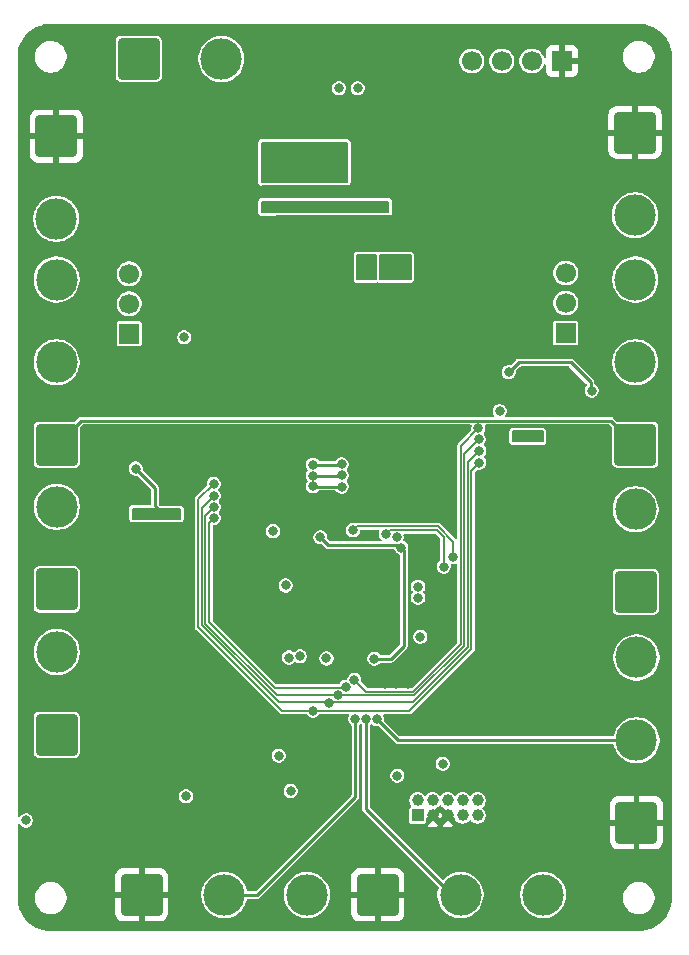
<source format=gbr>
%TF.GenerationSoftware,KiCad,Pcbnew,9.0.6*%
%TF.CreationDate,2026-01-25T18:40:06+01:00*%
%TF.ProjectId,dispo-board,64697370-6f2d-4626-9f61-72642e6b6963,rev?*%
%TF.SameCoordinates,Original*%
%TF.FileFunction,Copper,L4,Bot*%
%TF.FilePolarity,Positive*%
%FSLAX46Y46*%
G04 Gerber Fmt 4.6, Leading zero omitted, Abs format (unit mm)*
G04 Created by KiCad (PCBNEW 9.0.6) date 2026-01-25 18:40:06*
%MOMM*%
%LPD*%
G01*
G04 APERTURE LIST*
G04 Aperture macros list*
%AMRoundRect*
0 Rectangle with rounded corners*
0 $1 Rounding radius*
0 $2 $3 $4 $5 $6 $7 $8 $9 X,Y pos of 4 corners*
0 Add a 4 corners polygon primitive as box body*
4,1,4,$2,$3,$4,$5,$6,$7,$8,$9,$2,$3,0*
0 Add four circle primitives for the rounded corners*
1,1,$1+$1,$2,$3*
1,1,$1+$1,$4,$5*
1,1,$1+$1,$6,$7*
1,1,$1+$1,$8,$9*
0 Add four rect primitives between the rounded corners*
20,1,$1+$1,$2,$3,$4,$5,0*
20,1,$1+$1,$4,$5,$6,$7,0*
20,1,$1+$1,$6,$7,$8,$9,0*
20,1,$1+$1,$8,$9,$2,$3,0*%
G04 Aperture macros list end*
%TA.AperFunction,Conductor*%
%ADD10C,0.200000*%
%TD*%
%TA.AperFunction,ComponentPad*%
%ADD11RoundRect,0.250002X-1.499998X1.499998X-1.499998X-1.499998X1.499998X-1.499998X1.499998X1.499998X0*%
%TD*%
%TA.AperFunction,ComponentPad*%
%ADD12C,3.500000*%
%TD*%
%TA.AperFunction,ComponentPad*%
%ADD13R,1.000000X1.000000*%
%TD*%
%TA.AperFunction,ComponentPad*%
%ADD14C,1.000000*%
%TD*%
%TA.AperFunction,ComponentPad*%
%ADD15RoundRect,0.250002X1.499998X-1.499998X1.499998X1.499998X-1.499998X1.499998X-1.499998X-1.499998X0*%
%TD*%
%TA.AperFunction,ComponentPad*%
%ADD16RoundRect,0.250002X-1.499998X-1.499998X1.499998X-1.499998X1.499998X1.499998X-1.499998X1.499998X0*%
%TD*%
%TA.AperFunction,ComponentPad*%
%ADD17R,1.700000X1.700000*%
%TD*%
%TA.AperFunction,ComponentPad*%
%ADD18C,1.700000*%
%TD*%
%TA.AperFunction,ViaPad*%
%ADD19C,0.800000*%
%TD*%
%TA.AperFunction,Conductor*%
%ADD20C,0.250000*%
%TD*%
G04 APERTURE END LIST*
D10*
%TO.N,+5V*%
X59887500Y-37760094D02*
X52687500Y-37760094D01*
X52687500Y-34400000D01*
X54400000Y-34400000D01*
X59887500Y-34400000D01*
X59887500Y-37760094D01*
%TA.AperFunction,Conductor*%
G36*
X59887500Y-37760094D02*
G01*
X52687500Y-37760094D01*
X52687500Y-34400000D01*
X54400000Y-34400000D01*
X59887500Y-34400000D01*
X59887500Y-37760094D01*
G37*
%TD.AperFunction*%
%TO.N,+3.3VA*%
X76450000Y-59712478D02*
X73950000Y-59712478D01*
X73950000Y-58850000D01*
X76450000Y-58850000D01*
X76450000Y-59712478D01*
%TA.AperFunction,Conductor*%
G36*
X76450000Y-59712478D02*
G01*
X73950000Y-59712478D01*
X73950000Y-58850000D01*
X76450000Y-58850000D01*
X76450000Y-59712478D01*
G37*
%TD.AperFunction*%
%TO.N,+3V3*%
X62353825Y-45960964D02*
X60750000Y-45971709D01*
X60750000Y-43960000D01*
X62356090Y-43960000D01*
X62353825Y-45960964D01*
%TA.AperFunction,Conductor*%
G36*
X62353825Y-45960964D02*
G01*
X60750000Y-45971709D01*
X60750000Y-43960000D01*
X62356090Y-43960000D01*
X62353825Y-45960964D01*
G37*
%TD.AperFunction*%
%TO.N,+3.3VA*%
X65271042Y-45953144D02*
X62667188Y-45970756D01*
X62667188Y-43960000D01*
X65273298Y-43960000D01*
X65271042Y-45953144D01*
%TA.AperFunction,Conductor*%
G36*
X65271042Y-45953144D02*
G01*
X62667188Y-45970756D01*
X62667188Y-43960000D01*
X65273298Y-43960000D01*
X65271042Y-45953144D01*
G37*
%TD.AperFunction*%
%TO.N,GND*%
X66387500Y-43020000D02*
X53887500Y-43020000D01*
X53887500Y-40607150D01*
X63887500Y-40607150D01*
X63887500Y-39020000D01*
X52687500Y-39020000D01*
X52687500Y-38120000D01*
X63887500Y-38120000D01*
X63887500Y-35020000D01*
X66387500Y-35020000D01*
X66387500Y-43020000D01*
%TA.AperFunction,Conductor*%
G36*
X66387500Y-43020000D02*
G01*
X53887500Y-43020000D01*
X53887500Y-40607150D01*
X63887500Y-40607150D01*
X63887500Y-39020000D01*
X52687500Y-39020000D01*
X52687500Y-38120000D01*
X63887500Y-38120000D01*
X63887500Y-35020000D01*
X66387500Y-35020000D01*
X66387500Y-43020000D01*
G37*
%TD.AperFunction*%
X45748556Y-65092066D02*
X44023556Y-65092066D01*
X44026984Y-63250000D01*
X45750000Y-63250000D01*
X45748556Y-65092066D01*
%TA.AperFunction,Conductor*%
G36*
X45748556Y-65092066D02*
G01*
X44023556Y-65092066D01*
X44026984Y-63250000D01*
X45750000Y-63250000D01*
X45748556Y-65092066D01*
G37*
%TD.AperFunction*%
%TO.N,+3.3VA*%
X43750000Y-65400000D02*
X45750000Y-65400000D01*
X45750000Y-66250000D01*
X41750000Y-66250000D01*
X41750000Y-65396969D01*
X43750000Y-65396969D01*
X43750000Y-65400000D01*
%TA.AperFunction,Conductor*%
G36*
X43750000Y-65400000D02*
G01*
X45750000Y-65400000D01*
X45750000Y-66250000D01*
X41750000Y-66250000D01*
X41750000Y-65396969D01*
X43750000Y-65396969D01*
X43750000Y-65400000D01*
G37*
%TD.AperFunction*%
%TO.N,+3V3*%
X63387500Y-39406422D02*
X63387500Y-40304449D01*
X52687500Y-40304449D01*
X52687500Y-39402915D01*
X63387500Y-39406422D01*
%TA.AperFunction,Conductor*%
G36*
X63387500Y-39406422D02*
G01*
X63387500Y-40304449D01*
X52687500Y-40304449D01*
X52687500Y-39402915D01*
X63387500Y-39406422D01*
G37*
%TD.AperFunction*%
%TD*%
D11*
%TO.P,J2,1,Pin_1*%
%TO.N,GND*%
X35276658Y-33857607D03*
D12*
%TO.P,J2,2,Pin_2*%
%TO.N,GUITAR_IN*%
X35276658Y-40857607D03*
%TD*%
D13*
%TO.P,J3,1,VTref*%
%TO.N,+3V3*%
X65860000Y-91370000D03*
D14*
%TO.P,J3,2,SWDIO/TMS*%
%TO.N,SWDIO*%
X65860000Y-90100000D03*
%TO.P,J3,3,GND*%
%TO.N,GND*%
X67130000Y-91370000D03*
%TO.P,J3,4,SWCLK/TCK*%
%TO.N,SWCLK*%
X67130000Y-90100000D03*
%TO.P,J3,5,GND*%
%TO.N,GND*%
X68400000Y-91370000D03*
%TO.P,J3,6,SWO/TDO*%
%TO.N,SWO*%
X68400000Y-90100000D03*
%TO.P,J3,7,KEY*%
%TO.N,unconnected-(J3-KEY-Pad7)*%
X69670000Y-91370000D03*
%TO.P,J3,8,NC/TDI*%
%TO.N,unconnected-(J3-NC{slash}TDI-Pad8)*%
X69670000Y-90100000D03*
%TO.P,J3,9,GNDDetect*%
%TO.N,unconnected-(J3-GNDDetect-Pad9)*%
X70940000Y-91370000D03*
%TO.P,J3,10,~{RESET}*%
%TO.N,NRST*%
X70940000Y-90100000D03*
%TD*%
D15*
%TO.P,J7,1,Pin_1*%
%TO.N,GUITAR_bypass*%
X35300000Y-60000000D03*
D12*
%TO.P,J7,2,Pin_2*%
%TO.N,GUITAR_IN_switch*%
X35300000Y-53000000D03*
%TO.P,J7,3,Pin_3*%
%TO.N,GUITAR_IN_\u00B5C*%
X35300000Y-46000000D03*
%TD*%
D15*
%TO.P,J13,1,Pin_1*%
%TO.N,DIG_IN4*%
X35323342Y-84542393D03*
D12*
%TO.P,J13,2,Pin_2*%
%TO.N,+3V3*%
X35323342Y-77542393D03*
%TD*%
D16*
%TO.P,J6,1,Pin_1*%
%TO.N,DIG_IN2*%
X42257607Y-27323342D03*
D12*
%TO.P,J6,2,Pin_2*%
%TO.N,+3V3*%
X49257607Y-27323342D03*
%TD*%
D16*
%TO.P,J11,1,Pin_1*%
%TO.N,GND*%
X62500000Y-98100000D03*
D12*
%TO.P,J11,2,Pin_2*%
%TO.N,ADC1_INP8*%
X69500000Y-98100000D03*
%TO.P,J11,3,Pin_3*%
%TO.N,+3.3VA*%
X76500000Y-98100000D03*
%TD*%
D15*
%TO.P,J8,1,Pin_1*%
%TO.N,GUITAR_bypass*%
X84300000Y-60000000D03*
D12*
%TO.P,J8,2,Pin_2*%
%TO.N,GUITAR_OUT_switch*%
X84300000Y-53000000D03*
%TO.P,J8,3,Pin_3*%
%TO.N,GUITAR_OUT_\u00B5C*%
X84300000Y-46000000D03*
%TD*%
D16*
%TO.P,J5,1,Pin_1*%
%TO.N,GND*%
X42500000Y-98100000D03*
D12*
%TO.P,J5,2,Pin_2*%
%TO.N,ADC1_INP4*%
X49500000Y-98100000D03*
%TO.P,J5,3,Pin_3*%
%TO.N,+3.3VA*%
X56500000Y-98100000D03*
%TD*%
D15*
%TO.P,J9,1,Pin_1*%
%TO.N,GND*%
X84400000Y-92000000D03*
D12*
%TO.P,J9,2,Pin_2*%
%TO.N,ADC1_INP5*%
X84400000Y-85000000D03*
%TO.P,J9,3,Pin_3*%
%TO.N,+3.3VA*%
X84400000Y-78000000D03*
%TD*%
D17*
%TO.P,J12,1,Pin_1*%
%TO.N,GND*%
X78080000Y-27500000D03*
D18*
%TO.P,J12,2,Pin_2*%
%TO.N,I2C1_SDA*%
X75540000Y-27500000D03*
%TO.P,J12,3,Pin_3*%
%TO.N,I2C1_SCL*%
X73000000Y-27500000D03*
%TO.P,J12,4,Pin_4*%
%TO.N,+3V3*%
X70460000Y-27500000D03*
%TD*%
D11*
%TO.P,J4,1,Pin_1*%
%TO.N,GND*%
X84276658Y-33557607D03*
D12*
%TO.P,J4,2,Pin_2*%
%TO.N,GUITAR_OUT*%
X84276658Y-40557607D03*
%TD*%
D15*
%TO.P,J10,1,Pin_1*%
%TO.N,DIG_IN3*%
X35323342Y-72242393D03*
D12*
%TO.P,J10,2,Pin_2*%
%TO.N,+3V3*%
X35323342Y-65242393D03*
%TD*%
D15*
%TO.P,J1,1,Pin_1*%
%TO.N,DIG_IN1*%
X84323342Y-72442393D03*
D12*
%TO.P,J1,2,Pin_2*%
%TO.N,+3V3*%
X84323342Y-65442393D03*
%TD*%
D17*
%TO.P,JP1,1,A*%
%TO.N,GUITAR_IN_switch*%
X41450000Y-50580000D03*
D18*
%TO.P,JP1,2,C*%
%TO.N,GUITAR_IN*%
X41450000Y-48040000D03*
%TO.P,JP1,3,B*%
%TO.N,GUITAR_IN_\u00B5C*%
X41450000Y-45500000D03*
%TD*%
D17*
%TO.P,JP2,1,A*%
%TO.N,GUITAR_OUT_switch*%
X78400000Y-50530000D03*
D18*
%TO.P,JP2,2,C*%
%TO.N,GUITAR_OUT*%
X78400000Y-47990000D03*
%TO.P,JP2,3,B*%
%TO.N,GUITAR_OUT_\u00B5C*%
X78400000Y-45450000D03*
%TD*%
D19*
%TO.N,+3V3*%
X61071418Y-45613286D03*
X53625000Y-67300000D03*
X32700000Y-91800000D03*
X64100000Y-67820000D03*
X54700000Y-71900000D03*
X64150000Y-88000000D03*
X54098895Y-86307032D03*
X68000000Y-87000000D03*
X66097364Y-76252636D03*
X58150000Y-78079000D03*
X53900000Y-39900000D03*
X61102768Y-44516022D03*
X53051780Y-39895863D03*
%TO.N,GND*%
X52000000Y-96900000D03*
X65800000Y-36350000D03*
X41400000Y-85200000D03*
X71500000Y-49100000D03*
X51650000Y-55950000D03*
X77350000Y-80450000D03*
X47900000Y-31800000D03*
X75300000Y-66500000D03*
X51750000Y-81650000D03*
X35100000Y-49700000D03*
X47650000Y-38550000D03*
X84250000Y-37300000D03*
X64100000Y-86200000D03*
X68500000Y-27900000D03*
X48100000Y-59100000D03*
X66800000Y-29500000D03*
X53051780Y-38495863D03*
X62000000Y-33900000D03*
X45150000Y-94300000D03*
X58300000Y-31000000D03*
X63000000Y-54000000D03*
X40600000Y-40400000D03*
X80650000Y-35700000D03*
X76100000Y-94250000D03*
X45175000Y-63650000D03*
X52100000Y-42100000D03*
X57800000Y-46950000D03*
X62900000Y-57100000D03*
X64500000Y-41400000D03*
X66000000Y-93500000D03*
X65800000Y-35400000D03*
X80300000Y-96800000D03*
X72900000Y-79950000D03*
X59900000Y-74600000D03*
X38600000Y-98400000D03*
X52100000Y-50300000D03*
X57300000Y-57000000D03*
X84350000Y-56600000D03*
X62000000Y-71200000D03*
X53900000Y-38500000D03*
X69700000Y-83600000D03*
X59025000Y-65700000D03*
X52200000Y-52100000D03*
X57400000Y-74900000D03*
X62400000Y-41000000D03*
X54300000Y-45500000D03*
X52200000Y-99200000D03*
X39900000Y-83700000D03*
X77350000Y-33650000D03*
X64100000Y-63200000D03*
X60500000Y-91300000D03*
X35300000Y-88500000D03*
X63100000Y-80225000D03*
X54400000Y-50400000D03*
X65400000Y-34200000D03*
X73500000Y-68400000D03*
X73500000Y-31800000D03*
X44900000Y-72100000D03*
X66125000Y-78325000D03*
X67300000Y-74400000D03*
X39600000Y-67200000D03*
X66000000Y-54200000D03*
X78100000Y-64400000D03*
X63250000Y-59150000D03*
X45600000Y-28500000D03*
X57400000Y-58950000D03*
X78700000Y-73600000D03*
X63900000Y-94800000D03*
X63100000Y-50900000D03*
X61200000Y-55700000D03*
X46550000Y-40400000D03*
X37900000Y-56700000D03*
X72950000Y-97900000D03*
X54700000Y-52500000D03*
X55000000Y-56300000D03*
X51650000Y-59100000D03*
X80200000Y-94000000D03*
X72300000Y-51500000D03*
X77500000Y-76300000D03*
X68700000Y-44700000D03*
X76050000Y-25400000D03*
X81100000Y-25550000D03*
X56850000Y-64900000D03*
X60400000Y-60000000D03*
X65000000Y-65400000D03*
X80800000Y-31800000D03*
X61700000Y-72600000D03*
X35200000Y-68800000D03*
X40900000Y-74300000D03*
X61600000Y-48600000D03*
X70500000Y-29650000D03*
X49200000Y-67800000D03*
X64000000Y-27500000D03*
X64075000Y-80250000D03*
X46200000Y-68600000D03*
X61200000Y-36000000D03*
X50000000Y-30300000D03*
X65800000Y-41400000D03*
X50000000Y-36700000D03*
X54600000Y-31300000D03*
X47400000Y-86300000D03*
X80700000Y-28900000D03*
X43400000Y-79200000D03*
X41050000Y-35450000D03*
X54300000Y-63100000D03*
X50450000Y-94350000D03*
X62700000Y-37300000D03*
X55750000Y-42020000D03*
X68500000Y-47400000D03*
X62900000Y-90500000D03*
X75450000Y-29300000D03*
X58500000Y-83375000D03*
X38000000Y-29100000D03*
X51900000Y-71350000D03*
X62700000Y-36000000D03*
X68800000Y-41900000D03*
X80800000Y-40550000D03*
X80250000Y-60600000D03*
X47400000Y-83900000D03*
X61200000Y-37300000D03*
X49900000Y-70800000D03*
X65050000Y-28800000D03*
X35100000Y-81000000D03*
X68700000Y-31700000D03*
X34400000Y-37600000D03*
X49100000Y-58800000D03*
X68600000Y-33900000D03*
X80000000Y-91250000D03*
X38600000Y-32100000D03*
X64500000Y-42400000D03*
X66600000Y-97500000D03*
X73100000Y-40600000D03*
X72700000Y-44800000D03*
X60859617Y-42717050D03*
X48200000Y-79950000D03*
X45225000Y-64650000D03*
X38200000Y-63900000D03*
X57300000Y-30000000D03*
X50100000Y-41100000D03*
X66700000Y-83700000D03*
X54300000Y-61900000D03*
X39700000Y-79050000D03*
X61200000Y-75300000D03*
X64500000Y-35400000D03*
X64500000Y-36300000D03*
X54400000Y-47700000D03*
X49200000Y-46000000D03*
X84150000Y-68850000D03*
X51400000Y-82900000D03*
X49200000Y-50250000D03*
X40600000Y-72200000D03*
X61800000Y-62300000D03*
X68200000Y-95600000D03*
X40700000Y-87800000D03*
X84250000Y-81850000D03*
X67400000Y-82700000D03*
X77350000Y-39450000D03*
X53750000Y-78950000D03*
X62300000Y-60100000D03*
X38100000Y-59300000D03*
X45400000Y-79700000D03*
X56700000Y-95500000D03*
X70000000Y-81700000D03*
X55600000Y-84100000D03*
X49000000Y-42750000D03*
X67300000Y-73300000D03*
X73800000Y-34300000D03*
X61400000Y-59000000D03*
X58700000Y-90400000D03*
X49150000Y-52350000D03*
X42700000Y-89600000D03*
X59900000Y-70600000D03*
X68700000Y-37900000D03*
X65800000Y-42500000D03*
X68400000Y-54600000D03*
X81200000Y-86500000D03*
X80200000Y-71600000D03*
X54200000Y-29600000D03*
X71500000Y-65600000D03*
X69800000Y-86600000D03*
X79500000Y-68500000D03*
X59000000Y-52400000D03*
X66000000Y-50300000D03*
X79550000Y-55050000D03*
X52100000Y-63800000D03*
X46250000Y-98300000D03*
X73100000Y-75450000D03*
X45900000Y-74400000D03*
X66100000Y-47200000D03*
X62000000Y-31500000D03*
X75400000Y-86500000D03*
X42600000Y-69400000D03*
X71900000Y-70700000D03*
X58800000Y-50200000D03*
X50000000Y-38850000D03*
X54100000Y-94800000D03*
X63200000Y-41400000D03*
X51900000Y-45900000D03*
X63800000Y-56200000D03*
X58100000Y-71800000D03*
X84600000Y-49650000D03*
X60150000Y-94200000D03*
X56750000Y-42020000D03*
X81200000Y-83500000D03*
X55700000Y-59950000D03*
X62600000Y-88200000D03*
X64800000Y-31400000D03*
X66000000Y-55900000D03*
X43600000Y-32100000D03*
X54650000Y-58900000D03*
X73500000Y-38000000D03*
X75600000Y-91200000D03*
X52100000Y-62000000D03*
X73600000Y-50700000D03*
X71950000Y-25550000D03*
X49500000Y-73600000D03*
X75300000Y-83800000D03*
X58700000Y-88300000D03*
X50000000Y-37850000D03*
X65025000Y-80250000D03*
X68600000Y-51800000D03*
X35100000Y-56800000D03*
X39300000Y-94300000D03*
X66100000Y-44600000D03*
X84350000Y-88300000D03*
%TO.N,+1V0*%
X64489500Y-68700000D03*
X57625000Y-67825000D03*
X62202000Y-78100000D03*
%TO.N,NRST*%
X55126983Y-89298241D03*
X54978667Y-78002370D03*
X46250000Y-89750000D03*
%TO.N,DIG_IN2*%
X59425000Y-61650000D03*
X57000000Y-61672998D03*
%TO.N,DIG_IN3*%
X57000000Y-62600000D03*
X59425000Y-62575000D03*
%TO.N,DIG_IN4*%
X57000000Y-63500000D03*
X59450000Y-63525000D03*
%TO.N,Net-(U4-V+)*%
X73585325Y-53842495D03*
X80600000Y-55400000D03*
%TO.N,+3.3VA*%
X44310475Y-65750000D03*
X64929445Y-45589634D03*
X45332507Y-65750000D03*
X55900000Y-77900000D03*
X64904247Y-44511158D03*
X75575895Y-59278165D03*
X42000000Y-62000000D03*
X72811232Y-57140532D03*
X46100000Y-50900000D03*
X74385741Y-59270908D03*
%TO.N,+5V*%
X53051780Y-36395863D03*
X53900000Y-35500000D03*
X53900000Y-36400000D03*
X53900000Y-37300000D03*
X53051780Y-35495863D03*
X53051780Y-37295863D03*
%TO.N,SWCLK*%
X63200000Y-67548000D03*
X68083000Y-70300000D03*
%TO.N,SWO*%
X60400000Y-67200000D03*
X68900000Y-69500000D03*
%TO.N,ADC1_INP4*%
X60600000Y-83200000D03*
%TO.N,ADC1_INP5*%
X62400003Y-83200000D03*
%TO.N,ADC1_INP8*%
X61500000Y-83200000D03*
%TO.N,USBD-*%
X60800000Y-29800000D03*
X65900000Y-72944003D03*
%TO.N,USBD+*%
X65900000Y-72017000D03*
X59200000Y-29800000D03*
%TO.N,I2S6_SDI*%
X48600000Y-66200000D03*
X59767000Y-80500000D03*
%TO.N,I2S6_SDO*%
X60500000Y-79900000D03*
X71000000Y-58600000D03*
%TO.N,I2S6_CK*%
X71040184Y-59526132D03*
X59100000Y-81183000D03*
X48600000Y-65272997D03*
%TO.N,I2S6_WS*%
X58379906Y-81883000D03*
X71100000Y-60500000D03*
X48600000Y-64300000D03*
%TO.N,I2S6_MCK*%
X48600000Y-63300000D03*
X57000000Y-82500000D03*
X71100000Y-61500000D03*
%TD*%
D20*
%TO.N,+1V0*%
X64289500Y-68500000D02*
X64489500Y-68700000D01*
X58303021Y-68500000D02*
X64289500Y-68500000D01*
X64489500Y-68700000D02*
X64700000Y-68910500D01*
X58013585Y-68213585D02*
X57625000Y-67825000D01*
X64700000Y-68910500D02*
X64700000Y-77000000D01*
X58016606Y-68213585D02*
X58013585Y-68213585D01*
X64700000Y-77000000D02*
X63600000Y-78100000D01*
X58016606Y-68213585D02*
X58303021Y-68500000D01*
X63600000Y-78100000D02*
X62202000Y-78100000D01*
%TO.N,DIG_IN2*%
X57000121Y-61673119D02*
X57000000Y-61672998D01*
X59085090Y-61673119D02*
X57000121Y-61673119D01*
X59108209Y-61650000D02*
X59085090Y-61673119D01*
X59425000Y-61650000D02*
X59108209Y-61650000D01*
%TO.N,DIG_IN3*%
X59425000Y-62575000D02*
X59125000Y-62575000D01*
X59100000Y-62600000D02*
X57000000Y-62600000D01*
%TO.N,DIG_IN4*%
X59086971Y-63525000D02*
X59085090Y-63526881D01*
X59085090Y-63526881D02*
X57026881Y-63526881D01*
X57026881Y-63526881D02*
X57000000Y-63500000D01*
X59450000Y-63525000D02*
X59086971Y-63525000D01*
%TO.N,Net-(U4-V+)*%
X80600000Y-55400000D02*
X80600000Y-55380000D01*
X80600000Y-55380000D02*
X80510000Y-55290000D01*
X80510000Y-54710000D02*
X78815041Y-53015041D01*
X78815041Y-53015041D02*
X74435741Y-53015041D01*
X73608287Y-53842495D02*
X73585325Y-53842495D01*
X80510000Y-55290000D02*
X80510000Y-54710000D01*
X74435741Y-53015041D02*
X73608287Y-53842495D01*
%TO.N,+3.3VA*%
X43650000Y-65179544D02*
X44220456Y-65750000D01*
X43650000Y-63650000D02*
X43650000Y-65179544D01*
X44220456Y-65750000D02*
X44310475Y-65750000D01*
X42000000Y-62000000D02*
X43650000Y-63650000D01*
D10*
%TO.N,SWCLK*%
X68100000Y-67825678D02*
X68100000Y-70283000D01*
X63545000Y-67203000D02*
X63200000Y-67548000D01*
X68100000Y-70283000D02*
X68083000Y-70300000D01*
X68100000Y-67825678D02*
X67477322Y-67203000D01*
X67477322Y-67203000D02*
X63545000Y-67203000D01*
%TO.N,SWO*%
X68900000Y-68200000D02*
X68900000Y-69500000D01*
X60705000Y-66895000D02*
X60400000Y-67200000D01*
X67595000Y-66895000D02*
X60705000Y-66895000D01*
X67595000Y-66895000D02*
X68900000Y-68200000D01*
D20*
%TO.N,ADC1_INP4*%
X60600000Y-89800000D02*
X52300000Y-98100000D01*
X52300000Y-98100000D02*
X49500000Y-98100000D01*
X60600000Y-83200000D02*
X60600000Y-89800000D01*
%TO.N,GUITAR_bypass*%
X37353000Y-57947000D02*
X35300000Y-60000000D01*
X82247000Y-57947000D02*
X37353000Y-57947000D01*
X84300000Y-60000000D02*
X82247000Y-57947000D01*
%TO.N,ADC1_INP5*%
X64200000Y-85000000D02*
X84400000Y-85000000D01*
X62400003Y-83200003D02*
X64200000Y-85000000D01*
X62400003Y-83200000D02*
X62400003Y-83200003D01*
%TO.N,ADC1_INP8*%
X61500000Y-83200000D02*
X61500000Y-90799585D01*
X61500000Y-90799585D02*
X68800415Y-98100000D01*
X68800415Y-98100000D02*
X69500000Y-98100000D01*
D10*
%TO.N,I2S6_SDI*%
X59702000Y-80565000D02*
X53765000Y-80565000D01*
X53765000Y-80565000D02*
X48208000Y-75008000D01*
X48208000Y-66592000D02*
X48600000Y-66200000D01*
X59767000Y-80500000D02*
X59702000Y-80565000D01*
X48208000Y-75008000D02*
X48208000Y-66592000D01*
%TO.N,I2S6_SDO*%
X69500000Y-76864422D02*
X69500000Y-60100000D01*
X65964422Y-80400000D02*
X69500000Y-76864422D01*
X69500000Y-60100000D02*
X71000000Y-58600000D01*
X61499000Y-80899000D02*
X65475322Y-80899000D01*
X60600000Y-79800000D02*
X60800000Y-79800000D01*
X60500000Y-79900000D02*
X60600000Y-79800000D01*
X65475322Y-80899000D02*
X65964422Y-80409900D01*
X65964422Y-80409900D02*
X65964422Y-80400000D01*
X60500000Y-79900000D02*
X61499000Y-80899000D01*
%TO.N,I2S6_CK*%
X65600000Y-81200000D02*
X69808000Y-76992000D01*
X53964422Y-81200000D02*
X47900000Y-75135578D01*
X47900000Y-66000000D02*
X48600000Y-65300000D01*
X59100000Y-81083000D02*
X58983000Y-81200000D01*
X47900000Y-75135578D02*
X47900000Y-66000000D01*
X59217000Y-81200000D02*
X65600000Y-81200000D01*
X58983000Y-81200000D02*
X53964422Y-81200000D01*
X69808000Y-60758316D02*
X71040184Y-59526132D01*
X59200000Y-81183000D02*
X59217000Y-81200000D01*
X48600000Y-65300000D02*
X48600000Y-65272997D01*
X69808000Y-76992000D02*
X69808000Y-60758316D01*
%TO.N,I2S6_WS*%
X47592000Y-65308000D02*
X48600000Y-64300000D01*
X58462906Y-81800000D02*
X65435578Y-81800000D01*
X58379906Y-81883000D02*
X58462906Y-81800000D01*
X47592000Y-75263156D02*
X47592000Y-65308000D01*
X58379906Y-81883000D02*
X58296906Y-81800000D01*
X58296906Y-81800000D02*
X54128844Y-81800000D01*
X70116000Y-61484000D02*
X71100000Y-60500000D01*
X65435578Y-81800000D02*
X70116000Y-77119578D01*
X70116000Y-77119578D02*
X70116000Y-61484000D01*
X54128844Y-81800000D02*
X47592000Y-75263156D01*
%TO.N,I2S6_MCK*%
X57000000Y-82500000D02*
X54400000Y-82500000D01*
X54400000Y-82500000D02*
X47284000Y-75384000D01*
X70424000Y-77247156D02*
X70424000Y-62176000D01*
X65171156Y-82500000D02*
X70424000Y-77247156D01*
X57000000Y-82500000D02*
X65171156Y-82500000D01*
X70424000Y-62176000D02*
X71100000Y-61500000D01*
X47284000Y-64616000D02*
X48600000Y-63300000D01*
X47284000Y-75384000D02*
X47284000Y-64616000D01*
%TD*%
%TA.AperFunction,Conductor*%
%TO.N,GND*%
G36*
X84588777Y-24336655D02*
G01*
X84894121Y-24353803D01*
X84905144Y-24355045D01*
X85203921Y-24405809D01*
X85214715Y-24408272D01*
X85505940Y-24492173D01*
X85516411Y-24495837D01*
X85722776Y-24581317D01*
X85796390Y-24611809D01*
X85806392Y-24616626D01*
X86071619Y-24763211D01*
X86081020Y-24769117D01*
X86223372Y-24870122D01*
X86328172Y-24944481D01*
X86336849Y-24951401D01*
X86562822Y-25153342D01*
X86570657Y-25161177D01*
X86588164Y-25180767D01*
X86772596Y-25387147D01*
X86779518Y-25395827D01*
X86954882Y-25642980D01*
X86960788Y-25652380D01*
X87107373Y-25917607D01*
X87112190Y-25927609D01*
X87228160Y-26207584D01*
X87231827Y-26218063D01*
X87315723Y-26509269D01*
X87318193Y-26520093D01*
X87368953Y-26818850D01*
X87370196Y-26829882D01*
X87387344Y-27135222D01*
X87387500Y-27140773D01*
X87387500Y-98359226D01*
X87387344Y-98364777D01*
X87370196Y-98670117D01*
X87368953Y-98681149D01*
X87318193Y-98979906D01*
X87315723Y-98990730D01*
X87231827Y-99281936D01*
X87228160Y-99292415D01*
X87112190Y-99572390D01*
X87107373Y-99582392D01*
X86960788Y-99847619D01*
X86954882Y-99857019D01*
X86779518Y-100104172D01*
X86772596Y-100112852D01*
X86570665Y-100338814D01*
X86562814Y-100346665D01*
X86336852Y-100548596D01*
X86328172Y-100555518D01*
X86081019Y-100730882D01*
X86071619Y-100736788D01*
X85806392Y-100883373D01*
X85796390Y-100888190D01*
X85516415Y-101004160D01*
X85505936Y-101007827D01*
X85214730Y-101091723D01*
X85203906Y-101094193D01*
X84905149Y-101144953D01*
X84894117Y-101146196D01*
X84588778Y-101163344D01*
X84583227Y-101163500D01*
X34804773Y-101163500D01*
X34799222Y-101163344D01*
X34493882Y-101146196D01*
X34482850Y-101144953D01*
X34184093Y-101094193D01*
X34173271Y-101091723D01*
X34099728Y-101070536D01*
X33882063Y-101007827D01*
X33871584Y-101004160D01*
X33591609Y-100888190D01*
X33581607Y-100883373D01*
X33316380Y-100736788D01*
X33306980Y-100730882D01*
X33059827Y-100555518D01*
X33051147Y-100548596D01*
X32825177Y-100346657D01*
X32817342Y-100338822D01*
X32615401Y-100112849D01*
X32608481Y-100104172D01*
X32433117Y-99857019D01*
X32427211Y-99847619D01*
X32280626Y-99582392D01*
X32275809Y-99572390D01*
X32159839Y-99292415D01*
X32156172Y-99281936D01*
X32095062Y-99069820D01*
X32072272Y-98990715D01*
X32069809Y-98979921D01*
X32019045Y-98681144D01*
X32017803Y-98670117D01*
X32013530Y-98594034D01*
X32000656Y-98364777D01*
X32000500Y-98359226D01*
X32000500Y-98255710D01*
X33451499Y-98255710D01*
X33451499Y-98468291D01*
X33484751Y-98678239D01*
X33550442Y-98880413D01*
X33646947Y-99069816D01*
X33646949Y-99069820D01*
X33771890Y-99241787D01*
X33771892Y-99241789D01*
X33771895Y-99241793D01*
X33922207Y-99392105D01*
X33922210Y-99392107D01*
X33922212Y-99392109D01*
X34094179Y-99517050D01*
X34094183Y-99517052D01*
X34283587Y-99613558D01*
X34485756Y-99679247D01*
X34485757Y-99679247D01*
X34485760Y-99679248D01*
X34695709Y-99712501D01*
X34695712Y-99712501D01*
X34908289Y-99712501D01*
X35118237Y-99679248D01*
X35118238Y-99679247D01*
X35118242Y-99679247D01*
X35320411Y-99613558D01*
X35509815Y-99517052D01*
X35681791Y-99392105D01*
X35832103Y-99241793D01*
X35957050Y-99069817D01*
X36053556Y-98880413D01*
X36119245Y-98678244D01*
X36132583Y-98594034D01*
X36152499Y-98468291D01*
X36152499Y-98255710D01*
X36119246Y-98045762D01*
X36119245Y-98045758D01*
X36053556Y-97843589D01*
X35957050Y-97654185D01*
X35957048Y-97654181D01*
X35832107Y-97482214D01*
X35832105Y-97482212D01*
X35832103Y-97482209D01*
X35681791Y-97331897D01*
X35681787Y-97331894D01*
X35681785Y-97331892D01*
X35509818Y-97206951D01*
X35509814Y-97206949D01*
X35320411Y-97110444D01*
X35118237Y-97044753D01*
X34908289Y-97011501D01*
X34908286Y-97011501D01*
X34695712Y-97011501D01*
X34695709Y-97011501D01*
X34485760Y-97044753D01*
X34283586Y-97110444D01*
X34094183Y-97206949D01*
X34094179Y-97206951D01*
X33922212Y-97331892D01*
X33771890Y-97482214D01*
X33646949Y-97654181D01*
X33646947Y-97654185D01*
X33550442Y-97843588D01*
X33484751Y-98045762D01*
X33451499Y-98255710D01*
X32000500Y-98255710D01*
X32000500Y-96550014D01*
X40250000Y-96550014D01*
X40250000Y-97849999D01*
X40250001Y-97850000D01*
X41764700Y-97850000D01*
X41754783Y-97873941D01*
X41725000Y-98023669D01*
X41725000Y-98176331D01*
X41754783Y-98326059D01*
X41764700Y-98350000D01*
X40250002Y-98350000D01*
X40250001Y-98350001D01*
X40250001Y-99649984D01*
X40260492Y-99752685D01*
X40260495Y-99752697D01*
X40315643Y-99919122D01*
X40407680Y-100068339D01*
X40531660Y-100192319D01*
X40680877Y-100284356D01*
X40847308Y-100339506D01*
X40950014Y-100349999D01*
X42249998Y-100349999D01*
X42250000Y-100349998D01*
X42250000Y-98835300D01*
X42273941Y-98845217D01*
X42423669Y-98875000D01*
X42576331Y-98875000D01*
X42726059Y-98845217D01*
X42750000Y-98835300D01*
X42750000Y-100349998D01*
X42750001Y-100349999D01*
X44049984Y-100349999D01*
X44152685Y-100339507D01*
X44152697Y-100339504D01*
X44319122Y-100284356D01*
X44468339Y-100192319D01*
X44592319Y-100068339D01*
X44684356Y-99919122D01*
X44739506Y-99752691D01*
X44750000Y-99649985D01*
X44750000Y-98350001D01*
X44749999Y-98350000D01*
X43235300Y-98350000D01*
X43245217Y-98326059D01*
X43275000Y-98176331D01*
X43275000Y-98023669D01*
X43245217Y-97873941D01*
X43235300Y-97850000D01*
X44749998Y-97850000D01*
X44749999Y-97849999D01*
X44749999Y-96550015D01*
X44739507Y-96447314D01*
X44739504Y-96447302D01*
X44684356Y-96280877D01*
X44592319Y-96131660D01*
X44468339Y-96007680D01*
X44319122Y-95915643D01*
X44152691Y-95860493D01*
X44049985Y-95850000D01*
X42750001Y-95850000D01*
X42750000Y-95850001D01*
X42750000Y-97364699D01*
X42726059Y-97354783D01*
X42576331Y-97325000D01*
X42423669Y-97325000D01*
X42273941Y-97354783D01*
X42250000Y-97364699D01*
X42250000Y-95850001D01*
X42249999Y-95850000D01*
X40950015Y-95850000D01*
X40847314Y-95860492D01*
X40847302Y-95860495D01*
X40680877Y-95915643D01*
X40531660Y-96007680D01*
X40407680Y-96131660D01*
X40315643Y-96280877D01*
X40260493Y-96447308D01*
X40250000Y-96550014D01*
X32000500Y-96550014D01*
X32000500Y-92158903D01*
X32019407Y-92100712D01*
X32068907Y-92064748D01*
X32130093Y-92064748D01*
X32179593Y-92100712D01*
X32185232Y-92109397D01*
X32219480Y-92168716D01*
X32331284Y-92280520D01*
X32468216Y-92359577D01*
X32620943Y-92400500D01*
X32620945Y-92400500D01*
X32779055Y-92400500D01*
X32779057Y-92400500D01*
X32931784Y-92359577D01*
X33068716Y-92280520D01*
X33180520Y-92168716D01*
X33259577Y-92031784D01*
X33300500Y-91879057D01*
X33300500Y-91720943D01*
X33259577Y-91568216D01*
X33180520Y-91431284D01*
X33068716Y-91319480D01*
X32931784Y-91240423D01*
X32779057Y-91199500D01*
X32620943Y-91199500D01*
X32525776Y-91225000D01*
X32468216Y-91240423D01*
X32331284Y-91319480D01*
X32219478Y-91431286D01*
X32185236Y-91490596D01*
X32139767Y-91531537D01*
X32078917Y-91537933D01*
X32025929Y-91507340D01*
X32001042Y-91451444D01*
X32000500Y-91441096D01*
X32000500Y-89670943D01*
X45649500Y-89670943D01*
X45649500Y-89829057D01*
X45690423Y-89981784D01*
X45769480Y-90118716D01*
X45881284Y-90230520D01*
X46018216Y-90309577D01*
X46170943Y-90350500D01*
X46170945Y-90350500D01*
X46329055Y-90350500D01*
X46329057Y-90350500D01*
X46481784Y-90309577D01*
X46618716Y-90230520D01*
X46730520Y-90118716D01*
X46809577Y-89981784D01*
X46850500Y-89829057D01*
X46850500Y-89670943D01*
X46809577Y-89518216D01*
X46730520Y-89381284D01*
X46618716Y-89269480D01*
X46531600Y-89219184D01*
X54526483Y-89219184D01*
X54526483Y-89377298D01*
X54567406Y-89530025D01*
X54646463Y-89666957D01*
X54758267Y-89778761D01*
X54895199Y-89857818D01*
X55047926Y-89898741D01*
X55047928Y-89898741D01*
X55206038Y-89898741D01*
X55206040Y-89898741D01*
X55358767Y-89857818D01*
X55495699Y-89778761D01*
X55607503Y-89666957D01*
X55686560Y-89530025D01*
X55727483Y-89377298D01*
X55727483Y-89219184D01*
X55686560Y-89066457D01*
X55607503Y-88929525D01*
X55495699Y-88817721D01*
X55358767Y-88738664D01*
X55206040Y-88697741D01*
X55047926Y-88697741D01*
X54895199Y-88738664D01*
X54758267Y-88817721D01*
X54646463Y-88929525D01*
X54567406Y-89066457D01*
X54526483Y-89219184D01*
X46531600Y-89219184D01*
X46481784Y-89190423D01*
X46329057Y-89149500D01*
X46170943Y-89149500D01*
X46018216Y-89190423D01*
X45881284Y-89269480D01*
X45769480Y-89381284D01*
X45690423Y-89518216D01*
X45649500Y-89670943D01*
X32000500Y-89670943D01*
X32000500Y-82988120D01*
X33372842Y-82988120D01*
X33372842Y-86096665D01*
X33375695Y-86127086D01*
X33375697Y-86127095D01*
X33420548Y-86255273D01*
X33420549Y-86255274D01*
X33501193Y-86364542D01*
X33610461Y-86445186D01*
X33738644Y-86490039D01*
X33769069Y-86492892D01*
X33769071Y-86492893D01*
X33769078Y-86492893D01*
X36877613Y-86492893D01*
X36877613Y-86492892D01*
X36908040Y-86490039D01*
X37036223Y-86445186D01*
X37145491Y-86364542D01*
X37226135Y-86255274D01*
X37235687Y-86227975D01*
X53498395Y-86227975D01*
X53498395Y-86386089D01*
X53539318Y-86538816D01*
X53618375Y-86675748D01*
X53730179Y-86787552D01*
X53867111Y-86866609D01*
X54019838Y-86907532D01*
X54019840Y-86907532D01*
X54177950Y-86907532D01*
X54177952Y-86907532D01*
X54330679Y-86866609D01*
X54467611Y-86787552D01*
X54579415Y-86675748D01*
X54658472Y-86538816D01*
X54699395Y-86386089D01*
X54699395Y-86227975D01*
X54658472Y-86075248D01*
X54579415Y-85938316D01*
X54467611Y-85826512D01*
X54330679Y-85747455D01*
X54177952Y-85706532D01*
X54019838Y-85706532D01*
X53867111Y-85747455D01*
X53730179Y-85826512D01*
X53618375Y-85938316D01*
X53539318Y-86075248D01*
X53498395Y-86227975D01*
X37235687Y-86227975D01*
X37270988Y-86127091D01*
X37273841Y-86096664D01*
X37273842Y-86096664D01*
X37273842Y-82988122D01*
X37273841Y-82988120D01*
X37273128Y-82980519D01*
X37270988Y-82957695D01*
X37226135Y-82829512D01*
X37145491Y-82720244D01*
X37036223Y-82639600D01*
X37036222Y-82639599D01*
X36908044Y-82594748D01*
X36908035Y-82594746D01*
X36877614Y-82591893D01*
X36877606Y-82591893D01*
X33769078Y-82591893D01*
X33769069Y-82591893D01*
X33738648Y-82594746D01*
X33738639Y-82594748D01*
X33610461Y-82639599D01*
X33501194Y-82720243D01*
X33501192Y-82720245D01*
X33420548Y-82829512D01*
X33375697Y-82957690D01*
X33375695Y-82957699D01*
X33372842Y-82988120D01*
X32000500Y-82988120D01*
X32000500Y-77414550D01*
X33372842Y-77414550D01*
X33372842Y-77670236D01*
X33378114Y-77710284D01*
X33406215Y-77923725D01*
X33406215Y-77923730D01*
X33472392Y-78170707D01*
X33570234Y-78406920D01*
X33570236Y-78406924D01*
X33570238Y-78406928D01*
X33698055Y-78628313D01*
X33698083Y-78628361D01*
X33853726Y-78831199D01*
X33853728Y-78831201D01*
X33853732Y-78831206D01*
X34034529Y-79012003D01*
X34034533Y-79012006D01*
X34034535Y-79012008D01*
X34130918Y-79085965D01*
X34237377Y-79167654D01*
X34458807Y-79295497D01*
X34695029Y-79393343D01*
X34942002Y-79459519D01*
X35195499Y-79492893D01*
X35195500Y-79492893D01*
X35451184Y-79492893D01*
X35451185Y-79492893D01*
X35704682Y-79459519D01*
X35951655Y-79393343D01*
X36187877Y-79295497D01*
X36409307Y-79167654D01*
X36612155Y-79012003D01*
X36792952Y-78831206D01*
X36948603Y-78628358D01*
X37076446Y-78406928D01*
X37174292Y-78170706D01*
X37240468Y-77923733D01*
X37273842Y-77670236D01*
X37273842Y-77414550D01*
X37240468Y-77161053D01*
X37174292Y-76914080D01*
X37076446Y-76677858D01*
X36948603Y-76456428D01*
X36885921Y-76374739D01*
X36792957Y-76253586D01*
X36792955Y-76253584D01*
X36792952Y-76253580D01*
X36612155Y-76072783D01*
X36612150Y-76072779D01*
X36612148Y-76072777D01*
X36409310Y-75917134D01*
X36351782Y-75883920D01*
X36187877Y-75789289D01*
X36187873Y-75789287D01*
X36187869Y-75789285D01*
X35951656Y-75691443D01*
X35842755Y-75662263D01*
X35704682Y-75625267D01*
X35704679Y-75625266D01*
X35704677Y-75625266D01*
X35451185Y-75591893D01*
X35195499Y-75591893D01*
X35195498Y-75591893D01*
X34942009Y-75625266D01*
X34942004Y-75625266D01*
X34695027Y-75691443D01*
X34458814Y-75789285D01*
X34237373Y-75917134D01*
X34034535Y-76072777D01*
X33853726Y-76253586D01*
X33698083Y-76456424D01*
X33570234Y-76677865D01*
X33472392Y-76914078D01*
X33406215Y-77161055D01*
X33406215Y-77161060D01*
X33378487Y-77371676D01*
X33372842Y-77414550D01*
X32000500Y-77414550D01*
X32000500Y-70688120D01*
X33372842Y-70688120D01*
X33372842Y-73796665D01*
X33375695Y-73827086D01*
X33375697Y-73827095D01*
X33420548Y-73955273D01*
X33420549Y-73955274D01*
X33501193Y-74064542D01*
X33610461Y-74145186D01*
X33738644Y-74190039D01*
X33769069Y-74192892D01*
X33769071Y-74192893D01*
X33769078Y-74192893D01*
X36877613Y-74192893D01*
X36877613Y-74192892D01*
X36908040Y-74190039D01*
X37036223Y-74145186D01*
X37145491Y-74064542D01*
X37226135Y-73955274D01*
X37270988Y-73827091D01*
X37273841Y-73796664D01*
X37273842Y-73796664D01*
X37273842Y-70688122D01*
X37273841Y-70688120D01*
X37270988Y-70657695D01*
X37226135Y-70529512D01*
X37145491Y-70420244D01*
X37036223Y-70339600D01*
X37036222Y-70339599D01*
X36908044Y-70294748D01*
X36908035Y-70294746D01*
X36877614Y-70291893D01*
X36877606Y-70291893D01*
X33769078Y-70291893D01*
X33769069Y-70291893D01*
X33738648Y-70294746D01*
X33738639Y-70294748D01*
X33610461Y-70339599D01*
X33501194Y-70420243D01*
X33501192Y-70420245D01*
X33420548Y-70529512D01*
X33375697Y-70657690D01*
X33375695Y-70657699D01*
X33372842Y-70688120D01*
X32000500Y-70688120D01*
X32000500Y-65114549D01*
X33372842Y-65114549D01*
X33372842Y-65370236D01*
X33406215Y-65623725D01*
X33406215Y-65623730D01*
X33472392Y-65870707D01*
X33570234Y-66106920D01*
X33570236Y-66106924D01*
X33570238Y-66106928D01*
X33698081Y-66328358D01*
X33698083Y-66328361D01*
X33853726Y-66531199D01*
X33853728Y-66531201D01*
X33853732Y-66531206D01*
X34034529Y-66712003D01*
X34034533Y-66712006D01*
X34034535Y-66712008D01*
X34237373Y-66867651D01*
X34237377Y-66867654D01*
X34458807Y-66995497D01*
X34695029Y-67093343D01*
X34942002Y-67159519D01*
X35195499Y-67192893D01*
X35195500Y-67192893D01*
X35451184Y-67192893D01*
X35451185Y-67192893D01*
X35704682Y-67159519D01*
X35951655Y-67093343D01*
X36187877Y-66995497D01*
X36409307Y-66867654D01*
X36612155Y-66712003D01*
X36792952Y-66531206D01*
X36948603Y-66328358D01*
X37076446Y-66106928D01*
X37174292Y-65870706D01*
X37240468Y-65623733D01*
X37273842Y-65370236D01*
X37273842Y-65114550D01*
X37240468Y-64861053D01*
X37174292Y-64614080D01*
X37076446Y-64377858D01*
X36948603Y-64156428D01*
X36893469Y-64084576D01*
X36792957Y-63953586D01*
X36792955Y-63953584D01*
X36792952Y-63953580D01*
X36612155Y-63772783D01*
X36612150Y-63772779D01*
X36612148Y-63772777D01*
X36409310Y-63617134D01*
X36392014Y-63607148D01*
X36187877Y-63489289D01*
X36187873Y-63489287D01*
X36187869Y-63489285D01*
X35951656Y-63391443D01*
X35842755Y-63362263D01*
X35704682Y-63325267D01*
X35704679Y-63325266D01*
X35704677Y-63325266D01*
X35451185Y-63291893D01*
X35195499Y-63291893D01*
X35195498Y-63291893D01*
X34942009Y-63325266D01*
X34942004Y-63325266D01*
X34695027Y-63391443D01*
X34458814Y-63489285D01*
X34237373Y-63617134D01*
X34034535Y-63772777D01*
X33853726Y-63953586D01*
X33698083Y-64156424D01*
X33570234Y-64377865D01*
X33472392Y-64614078D01*
X33406215Y-64861055D01*
X33406215Y-64861060D01*
X33372842Y-65114549D01*
X32000500Y-65114549D01*
X32000500Y-58445727D01*
X33349500Y-58445727D01*
X33349500Y-61554272D01*
X33352353Y-61584693D01*
X33352355Y-61584702D01*
X33397206Y-61712880D01*
X33411157Y-61731783D01*
X33477851Y-61822149D01*
X33587119Y-61902793D01*
X33715302Y-61947646D01*
X33745727Y-61950499D01*
X33745729Y-61950500D01*
X33745736Y-61950500D01*
X36854271Y-61950500D01*
X36854271Y-61950499D01*
X36884698Y-61947646D01*
X36961011Y-61920943D01*
X41399500Y-61920943D01*
X41399500Y-62079057D01*
X41440423Y-62231784D01*
X41519480Y-62368716D01*
X41631284Y-62480520D01*
X41768216Y-62559577D01*
X41920943Y-62600500D01*
X41920945Y-62600500D01*
X42079056Y-62600500D01*
X42079057Y-62600500D01*
X42079057Y-62600499D01*
X42084652Y-62599763D01*
X42144814Y-62610909D01*
X42167584Y-62627911D01*
X43295504Y-63755831D01*
X43323281Y-63810348D01*
X43324500Y-63825835D01*
X43324500Y-64992469D01*
X43305593Y-65050660D01*
X43256093Y-65086624D01*
X43225500Y-65091469D01*
X41749995Y-65091469D01*
X41721816Y-65092771D01*
X41721812Y-65092772D01*
X41613826Y-65123497D01*
X41524233Y-65191154D01*
X41524231Y-65191157D01*
X41465129Y-65286610D01*
X41444500Y-65396968D01*
X41444500Y-66250004D01*
X41445802Y-66278183D01*
X41445802Y-66278186D01*
X41445803Y-66278188D01*
X41476528Y-66386173D01*
X41544186Y-66475767D01*
X41639641Y-66534870D01*
X41750000Y-66555500D01*
X45750005Y-66555500D01*
X45764094Y-66554848D01*
X45778188Y-66554197D01*
X45886173Y-66523472D01*
X45975767Y-66455814D01*
X46034870Y-66360359D01*
X46055500Y-66250000D01*
X46055500Y-65400000D01*
X46054197Y-65371812D01*
X46023472Y-65263827D01*
X45955814Y-65174233D01*
X45955811Y-65174231D01*
X45860358Y-65115129D01*
X45750000Y-65094500D01*
X44074500Y-65094500D01*
X44016309Y-65075593D01*
X43980345Y-65026093D01*
X43975500Y-64995500D01*
X43975500Y-63607148D01*
X43974672Y-63604057D01*
X43953318Y-63524362D01*
X43910465Y-63450138D01*
X43881270Y-63420943D01*
X43849862Y-63389534D01*
X43849862Y-63389535D01*
X42627911Y-62167584D01*
X42600134Y-62113067D01*
X42599763Y-62084652D01*
X42600500Y-62079056D01*
X42600500Y-61920944D01*
X42600500Y-61920943D01*
X42559577Y-61768216D01*
X42480520Y-61631284D01*
X42443177Y-61593941D01*
X56399500Y-61593941D01*
X56399500Y-61752055D01*
X56440423Y-61904782D01*
X56519480Y-62041714D01*
X56519482Y-62041716D01*
X56544262Y-62066497D01*
X56572038Y-62121014D01*
X56562466Y-62181446D01*
X56544262Y-62206501D01*
X56519482Y-62231281D01*
X56519480Y-62231283D01*
X56519480Y-62231284D01*
X56440423Y-62368216D01*
X56399500Y-62520943D01*
X56399500Y-62679057D01*
X56440423Y-62831784D01*
X56519480Y-62968716D01*
X56519482Y-62968718D01*
X56530762Y-62979999D01*
X56558538Y-63034516D01*
X56548964Y-63094948D01*
X56530762Y-63120001D01*
X56519482Y-63131281D01*
X56519480Y-63131283D01*
X56519480Y-63131284D01*
X56440423Y-63268216D01*
X56399500Y-63420943D01*
X56399500Y-63579057D01*
X56440423Y-63731784D01*
X56519480Y-63868716D01*
X56631284Y-63980520D01*
X56768216Y-64059577D01*
X56920943Y-64100500D01*
X56920945Y-64100500D01*
X57079055Y-64100500D01*
X57079057Y-64100500D01*
X57231784Y-64059577D01*
X57368716Y-63980520D01*
X57467860Y-63881375D01*
X57522375Y-63853600D01*
X57537862Y-63852381D01*
X58888941Y-63852381D01*
X58947132Y-63871288D01*
X58967482Y-63891112D01*
X58969477Y-63893712D01*
X58969478Y-63893713D01*
X58969480Y-63893716D01*
X59081284Y-64005520D01*
X59218216Y-64084577D01*
X59370943Y-64125500D01*
X59370945Y-64125500D01*
X59529055Y-64125500D01*
X59529057Y-64125500D01*
X59681784Y-64084577D01*
X59818716Y-64005520D01*
X59930520Y-63893716D01*
X60009577Y-63756784D01*
X60050500Y-63604057D01*
X60050500Y-63445943D01*
X60009577Y-63293216D01*
X59930520Y-63156284D01*
X59881737Y-63107501D01*
X59853962Y-63052987D01*
X59863533Y-62992555D01*
X59881741Y-62967495D01*
X59905516Y-62943720D01*
X59905516Y-62943719D01*
X59905520Y-62943716D01*
X59984577Y-62806784D01*
X60025500Y-62654057D01*
X60025500Y-62495943D01*
X59984577Y-62343216D01*
X59905520Y-62206284D01*
X59881737Y-62182501D01*
X59853962Y-62127987D01*
X59863533Y-62067555D01*
X59881736Y-62042499D01*
X59905520Y-62018716D01*
X59984577Y-61881784D01*
X60025500Y-61729057D01*
X60025500Y-61570943D01*
X59984577Y-61418216D01*
X59905520Y-61281284D01*
X59793716Y-61169480D01*
X59656784Y-61090423D01*
X59504057Y-61049500D01*
X59345943Y-61049500D01*
X59193216Y-61090423D01*
X59056284Y-61169480D01*
X58944479Y-61281285D01*
X58934760Y-61298120D01*
X58889290Y-61339060D01*
X58849024Y-61347619D01*
X57562596Y-61347619D01*
X57504405Y-61328712D01*
X57484058Y-61308892D01*
X57480523Y-61304286D01*
X57480521Y-61304284D01*
X57480520Y-61304282D01*
X57368716Y-61192478D01*
X57231784Y-61113421D01*
X57079057Y-61072498D01*
X56920943Y-61072498D01*
X56768216Y-61113421D01*
X56631284Y-61192478D01*
X56519480Y-61304282D01*
X56440423Y-61441214D01*
X56399500Y-61593941D01*
X42443177Y-61593941D01*
X42368716Y-61519480D01*
X42231784Y-61440423D01*
X42079057Y-61399500D01*
X41920943Y-61399500D01*
X41768216Y-61440423D01*
X41631284Y-61519480D01*
X41519480Y-61631284D01*
X41440423Y-61768216D01*
X41399500Y-61920943D01*
X36961011Y-61920943D01*
X37012881Y-61902793D01*
X37122149Y-61822149D01*
X37202793Y-61712881D01*
X37247646Y-61584698D01*
X37250499Y-61554271D01*
X37250500Y-61554271D01*
X37250500Y-58550835D01*
X37269407Y-58492644D01*
X37279496Y-58480831D01*
X37458831Y-58301496D01*
X37513348Y-58273719D01*
X37528835Y-58272500D01*
X70337051Y-58272500D01*
X70395242Y-58291407D01*
X70431206Y-58340907D01*
X70432677Y-58397120D01*
X70419652Y-58445736D01*
X70399500Y-58520944D01*
X70399500Y-58679056D01*
X70405093Y-58699931D01*
X70401890Y-58761033D01*
X70379470Y-58795557D01*
X69315489Y-59859540D01*
X69315488Y-59859539D01*
X69259539Y-59915489D01*
X69219980Y-59984007D01*
X69219978Y-59984011D01*
X69199500Y-60060435D01*
X69199500Y-67835522D01*
X69180593Y-67893713D01*
X69131093Y-67929677D01*
X69069907Y-67929677D01*
X69030498Y-67905527D01*
X67779511Y-66654540D01*
X67772513Y-66650500D01*
X67727530Y-66624529D01*
X67710988Y-66614978D01*
X67634564Y-66594500D01*
X67634562Y-66594500D01*
X60665438Y-66594500D01*
X60589011Y-66614979D01*
X60589009Y-66614980D01*
X60588543Y-66615105D01*
X60537297Y-66615105D01*
X60536826Y-66614979D01*
X60520311Y-66610553D01*
X60479057Y-66599500D01*
X60320943Y-66599500D01*
X60168216Y-66640423D01*
X60031284Y-66719480D01*
X59919480Y-66831284D01*
X59840423Y-66968216D01*
X59799500Y-67120943D01*
X59799500Y-67279057D01*
X59840423Y-67431784D01*
X59919480Y-67568716D01*
X60031284Y-67680520D01*
X60168216Y-67759577D01*
X60320943Y-67800500D01*
X60320945Y-67800500D01*
X60479055Y-67800500D01*
X60479057Y-67800500D01*
X60631784Y-67759577D01*
X60768716Y-67680520D01*
X60880520Y-67568716D01*
X60959577Y-67431784D01*
X61000500Y-67279057D01*
X61000500Y-67279055D01*
X61002179Y-67272789D01*
X61004113Y-67273307D01*
X61026509Y-67226353D01*
X61080279Y-67197158D01*
X61098321Y-67195500D01*
X62543750Y-67195500D01*
X62601941Y-67214407D01*
X62637905Y-67263907D01*
X62639376Y-67320120D01*
X62599500Y-67468943D01*
X62599500Y-67627057D01*
X62640423Y-67779784D01*
X62719480Y-67916716D01*
X62808262Y-68005498D01*
X62836038Y-68060013D01*
X62826467Y-68120445D01*
X62783202Y-68163710D01*
X62738257Y-68174500D01*
X58478856Y-68174500D01*
X58420665Y-68155593D01*
X58408852Y-68145504D01*
X58253263Y-67989915D01*
X58225486Y-67935398D01*
X58225114Y-67906988D01*
X58225500Y-67904056D01*
X58225500Y-67745944D01*
X58225500Y-67745943D01*
X58184577Y-67593216D01*
X58105520Y-67456284D01*
X57993716Y-67344480D01*
X57856784Y-67265423D01*
X57704057Y-67224500D01*
X57545943Y-67224500D01*
X57393216Y-67265423D01*
X57256284Y-67344480D01*
X57144480Y-67456284D01*
X57065423Y-67593216D01*
X57024500Y-67745943D01*
X57024500Y-67904057D01*
X57065423Y-68056784D01*
X57144480Y-68193716D01*
X57256284Y-68305520D01*
X57393216Y-68384577D01*
X57545943Y-68425500D01*
X57545945Y-68425500D01*
X57704058Y-68425500D01*
X57709654Y-68424763D01*
X57721823Y-68427017D01*
X57733956Y-68424571D01*
X57749705Y-68432183D01*
X57769816Y-68435910D01*
X57789589Y-68450039D01*
X57791116Y-68451443D01*
X57813723Y-68474050D01*
X57819043Y-68477121D01*
X57827090Y-68484520D01*
X57827659Y-68485531D01*
X57830085Y-68487392D01*
X58103158Y-68760464D01*
X58103163Y-68760468D01*
X58177378Y-68803316D01*
X58177376Y-68803316D01*
X58177380Y-68803317D01*
X58177382Y-68803318D01*
X58260168Y-68825500D01*
X58345874Y-68825500D01*
X63825479Y-68825500D01*
X63883670Y-68844407D01*
X63919634Y-68893907D01*
X63921100Y-68898859D01*
X63929923Y-68931784D01*
X64008980Y-69068716D01*
X64120784Y-69180520D01*
X64257716Y-69259577D01*
X64301123Y-69271207D01*
X64352437Y-69304531D01*
X64374364Y-69361652D01*
X64374500Y-69366834D01*
X64374500Y-76824165D01*
X64355593Y-76882356D01*
X64345504Y-76894169D01*
X63494169Y-77745504D01*
X63439652Y-77773281D01*
X63424165Y-77774500D01*
X62764502Y-77774500D01*
X62706311Y-77755593D01*
X62685960Y-77735767D01*
X62682523Y-77731288D01*
X62682521Y-77731286D01*
X62682520Y-77731284D01*
X62570716Y-77619480D01*
X62433784Y-77540423D01*
X62281057Y-77499500D01*
X62122943Y-77499500D01*
X61970216Y-77540423D01*
X61833284Y-77619480D01*
X61721480Y-77731284D01*
X61642423Y-77868216D01*
X61601500Y-78020943D01*
X61601500Y-78179057D01*
X61642423Y-78331784D01*
X61721480Y-78468716D01*
X61833284Y-78580520D01*
X61970216Y-78659577D01*
X62122943Y-78700500D01*
X62122945Y-78700500D01*
X62281055Y-78700500D01*
X62281057Y-78700500D01*
X62433784Y-78659577D01*
X62570716Y-78580520D01*
X62682520Y-78468716D01*
X62682523Y-78468711D01*
X62685960Y-78464233D01*
X62736384Y-78429577D01*
X62764502Y-78425500D01*
X63642851Y-78425500D01*
X63642853Y-78425500D01*
X63725639Y-78403318D01*
X63725641Y-78403316D01*
X63725643Y-78403316D01*
X63799857Y-78360468D01*
X63799857Y-78360467D01*
X63799862Y-78360465D01*
X64960465Y-77199862D01*
X64982868Y-77161060D01*
X65003316Y-77125643D01*
X65003316Y-77125641D01*
X65003318Y-77125639D01*
X65025500Y-77042853D01*
X65025500Y-76957147D01*
X65025500Y-76173579D01*
X65496864Y-76173579D01*
X65496864Y-76331693D01*
X65537787Y-76484420D01*
X65616844Y-76621352D01*
X65728648Y-76733156D01*
X65865580Y-76812213D01*
X66018307Y-76853136D01*
X66018309Y-76853136D01*
X66176419Y-76853136D01*
X66176421Y-76853136D01*
X66329148Y-76812213D01*
X66466080Y-76733156D01*
X66577884Y-76621352D01*
X66656941Y-76484420D01*
X66697864Y-76331693D01*
X66697864Y-76173579D01*
X66656941Y-76020852D01*
X66577884Y-75883920D01*
X66466080Y-75772116D01*
X66329148Y-75693059D01*
X66176421Y-75652136D01*
X66018307Y-75652136D01*
X65865580Y-75693059D01*
X65728648Y-75772116D01*
X65616844Y-75883920D01*
X65537787Y-76020852D01*
X65496864Y-76173579D01*
X65025500Y-76173579D01*
X65025500Y-71937943D01*
X65299500Y-71937943D01*
X65299500Y-72096057D01*
X65340423Y-72248784D01*
X65419480Y-72385716D01*
X65444263Y-72410499D01*
X65472039Y-72465014D01*
X65462468Y-72525446D01*
X65444263Y-72550503D01*
X65419482Y-72575284D01*
X65419480Y-72575286D01*
X65419480Y-72575287D01*
X65340423Y-72712219D01*
X65299500Y-72864946D01*
X65299500Y-73023060D01*
X65340423Y-73175787D01*
X65419480Y-73312719D01*
X65531284Y-73424523D01*
X65668216Y-73503580D01*
X65820943Y-73544503D01*
X65820945Y-73544503D01*
X65979055Y-73544503D01*
X65979057Y-73544503D01*
X66131784Y-73503580D01*
X66268716Y-73424523D01*
X66380520Y-73312719D01*
X66459577Y-73175787D01*
X66500500Y-73023060D01*
X66500500Y-72864946D01*
X66459577Y-72712219D01*
X66380520Y-72575287D01*
X66355735Y-72550502D01*
X66327960Y-72495988D01*
X66337531Y-72435556D01*
X66355738Y-72410497D01*
X66380520Y-72385716D01*
X66459577Y-72248784D01*
X66500500Y-72096057D01*
X66500500Y-71937943D01*
X66459577Y-71785216D01*
X66380520Y-71648284D01*
X66268716Y-71536480D01*
X66131784Y-71457423D01*
X65979057Y-71416500D01*
X65820943Y-71416500D01*
X65668216Y-71457423D01*
X65531284Y-71536480D01*
X65419480Y-71648284D01*
X65340423Y-71785216D01*
X65299500Y-71937943D01*
X65025500Y-71937943D01*
X65025500Y-68999147D01*
X65038765Y-68949645D01*
X65049075Y-68931787D01*
X65049074Y-68931787D01*
X65049077Y-68931784D01*
X65090000Y-68779057D01*
X65090000Y-68620943D01*
X65049077Y-68468216D01*
X64970020Y-68331284D01*
X64858216Y-68219480D01*
X64721284Y-68140423D01*
X64721281Y-68140422D01*
X64715664Y-68137179D01*
X64716825Y-68135167D01*
X64678049Y-68102050D01*
X64663765Y-68042556D01*
X64666830Y-68024715D01*
X64700500Y-67899057D01*
X64700500Y-67740943D01*
X64670270Y-67628122D01*
X64673473Y-67567021D01*
X64711978Y-67519471D01*
X64765897Y-67503500D01*
X67311843Y-67503500D01*
X67370034Y-67522407D01*
X67381847Y-67532496D01*
X67770504Y-67921153D01*
X67798281Y-67975670D01*
X67799500Y-67991157D01*
X67799500Y-69713122D01*
X67780593Y-69771313D01*
X67750001Y-69798858D01*
X67714286Y-69819478D01*
X67714284Y-69819480D01*
X67602480Y-69931284D01*
X67523423Y-70068216D01*
X67482500Y-70220943D01*
X67482500Y-70379057D01*
X67523423Y-70531784D01*
X67602480Y-70668716D01*
X67714284Y-70780520D01*
X67851216Y-70859577D01*
X68003943Y-70900500D01*
X68003945Y-70900500D01*
X68162055Y-70900500D01*
X68162057Y-70900500D01*
X68314784Y-70859577D01*
X68451716Y-70780520D01*
X68563520Y-70668716D01*
X68642577Y-70531784D01*
X68683500Y-70379057D01*
X68683500Y-70220943D01*
X68682481Y-70217140D01*
X68685679Y-70156041D01*
X68724182Y-70108489D01*
X68783281Y-70092649D01*
X68803724Y-70095886D01*
X68820943Y-70100500D01*
X68820945Y-70100500D01*
X68979054Y-70100500D01*
X68979057Y-70100500D01*
X69074880Y-70074824D01*
X69135978Y-70078026D01*
X69183528Y-70116531D01*
X69199500Y-70170451D01*
X69199500Y-76698943D01*
X69180593Y-76757134D01*
X69170504Y-76768947D01*
X65779911Y-80159540D01*
X65779910Y-80159539D01*
X65723963Y-80215487D01*
X65723959Y-80215492D01*
X65716953Y-80227627D01*
X65701223Y-80248126D01*
X65379848Y-80569503D01*
X65325331Y-80597281D01*
X65309844Y-80598500D01*
X61664479Y-80598500D01*
X61606288Y-80579593D01*
X61594475Y-80569504D01*
X61120529Y-80095558D01*
X61092752Y-80041041D01*
X61094907Y-79999930D01*
X61100499Y-79979059D01*
X61100500Y-79979056D01*
X61100500Y-79760437D01*
X61100499Y-79760435D01*
X61098535Y-79753107D01*
X61080021Y-79684011D01*
X61040460Y-79615489D01*
X61022875Y-79597904D01*
X61007149Y-79577408D01*
X60980520Y-79531284D01*
X60868716Y-79419480D01*
X60731784Y-79340423D01*
X60579057Y-79299500D01*
X60420943Y-79299500D01*
X60268216Y-79340423D01*
X60131284Y-79419480D01*
X60019480Y-79531284D01*
X59940423Y-79668216D01*
X59899500Y-79820943D01*
X59899500Y-79820946D01*
X59898113Y-79826123D01*
X59864789Y-79877437D01*
X59807668Y-79899364D01*
X59802486Y-79899500D01*
X59687943Y-79899500D01*
X59535216Y-79940423D01*
X59398284Y-80019480D01*
X59286478Y-80131286D01*
X59238146Y-80215000D01*
X59192677Y-80255941D01*
X59152410Y-80264500D01*
X53930479Y-80264500D01*
X53872288Y-80245593D01*
X53860475Y-80235504D01*
X51548284Y-77923313D01*
X54378167Y-77923313D01*
X54378167Y-78081427D01*
X54419090Y-78234154D01*
X54498147Y-78371086D01*
X54609951Y-78482890D01*
X54746883Y-78561947D01*
X54899610Y-78602870D01*
X54899612Y-78602870D01*
X55057722Y-78602870D01*
X55057724Y-78602870D01*
X55210451Y-78561947D01*
X55347383Y-78482890D01*
X55425881Y-78404391D01*
X55480395Y-78376615D01*
X55540828Y-78386186D01*
X55545354Y-78388643D01*
X55668216Y-78459577D01*
X55820943Y-78500500D01*
X55820945Y-78500500D01*
X55979055Y-78500500D01*
X55979057Y-78500500D01*
X56131784Y-78459577D01*
X56268716Y-78380520D01*
X56380520Y-78268716D01*
X56459577Y-78131784D01*
X56494904Y-77999943D01*
X57549500Y-77999943D01*
X57549500Y-78158057D01*
X57590423Y-78310784D01*
X57669480Y-78447716D01*
X57781284Y-78559520D01*
X57918216Y-78638577D01*
X58070943Y-78679500D01*
X58070945Y-78679500D01*
X58229055Y-78679500D01*
X58229057Y-78679500D01*
X58381784Y-78638577D01*
X58518716Y-78559520D01*
X58630520Y-78447716D01*
X58709577Y-78310784D01*
X58750500Y-78158057D01*
X58750500Y-77999943D01*
X58709577Y-77847216D01*
X58630520Y-77710284D01*
X58518716Y-77598480D01*
X58381784Y-77519423D01*
X58229057Y-77478500D01*
X58070943Y-77478500D01*
X57918216Y-77519423D01*
X57781284Y-77598480D01*
X57669480Y-77710284D01*
X57590423Y-77847216D01*
X57549500Y-77999943D01*
X56494904Y-77999943D01*
X56500500Y-77979057D01*
X56500500Y-77820943D01*
X56459577Y-77668216D01*
X56380520Y-77531284D01*
X56268716Y-77419480D01*
X56131784Y-77340423D01*
X55979057Y-77299500D01*
X55820943Y-77299500D01*
X55668216Y-77340423D01*
X55539822Y-77414551D01*
X55531281Y-77419482D01*
X55452786Y-77497977D01*
X55398269Y-77525754D01*
X55337837Y-77516182D01*
X55333299Y-77513718D01*
X55210451Y-77442793D01*
X55057724Y-77401870D01*
X54899610Y-77401870D01*
X54746883Y-77442793D01*
X54609951Y-77521850D01*
X54498147Y-77633654D01*
X54419090Y-77770586D01*
X54378167Y-77923313D01*
X51548284Y-77923313D01*
X48537496Y-74912525D01*
X48509719Y-74858008D01*
X48508500Y-74842521D01*
X48508500Y-71820943D01*
X54099500Y-71820943D01*
X54099500Y-71979057D01*
X54140423Y-72131784D01*
X54219480Y-72268716D01*
X54331284Y-72380520D01*
X54468216Y-72459577D01*
X54620943Y-72500500D01*
X54620945Y-72500500D01*
X54779055Y-72500500D01*
X54779057Y-72500500D01*
X54931784Y-72459577D01*
X55068716Y-72380520D01*
X55180520Y-72268716D01*
X55259577Y-72131784D01*
X55300500Y-71979057D01*
X55300500Y-71820943D01*
X55259577Y-71668216D01*
X55180520Y-71531284D01*
X55068716Y-71419480D01*
X54931784Y-71340423D01*
X54779057Y-71299500D01*
X54620943Y-71299500D01*
X54468216Y-71340423D01*
X54331284Y-71419480D01*
X54219480Y-71531284D01*
X54140423Y-71668216D01*
X54099500Y-71820943D01*
X48508500Y-71820943D01*
X48508500Y-67220943D01*
X53024500Y-67220943D01*
X53024500Y-67379057D01*
X53065423Y-67531784D01*
X53144480Y-67668716D01*
X53256284Y-67780520D01*
X53393216Y-67859577D01*
X53545943Y-67900500D01*
X53545945Y-67900500D01*
X53704055Y-67900500D01*
X53704057Y-67900500D01*
X53856784Y-67859577D01*
X53993716Y-67780520D01*
X54105520Y-67668716D01*
X54184577Y-67531784D01*
X54225500Y-67379057D01*
X54225500Y-67220943D01*
X54184577Y-67068216D01*
X54105520Y-66931284D01*
X53993716Y-66819480D01*
X53856784Y-66740423D01*
X53704057Y-66699500D01*
X53545943Y-66699500D01*
X53393216Y-66740423D01*
X53256284Y-66819480D01*
X53144480Y-66931284D01*
X53065423Y-67068216D01*
X53024500Y-67220943D01*
X48508500Y-67220943D01*
X48508500Y-66899500D01*
X48527407Y-66841309D01*
X48576907Y-66805345D01*
X48607500Y-66800500D01*
X48679055Y-66800500D01*
X48679057Y-66800500D01*
X48831784Y-66759577D01*
X48968716Y-66680520D01*
X49080520Y-66568716D01*
X49159577Y-66431784D01*
X49200500Y-66279057D01*
X49200500Y-66120943D01*
X49159577Y-65968216D01*
X49080520Y-65831284D01*
X49055735Y-65806499D01*
X49027960Y-65751985D01*
X49037531Y-65691553D01*
X49055738Y-65666494D01*
X49080520Y-65641713D01*
X49159577Y-65504781D01*
X49200500Y-65352054D01*
X49200500Y-65193940D01*
X49159577Y-65041213D01*
X49080520Y-64904281D01*
X49032738Y-64856499D01*
X49004963Y-64801985D01*
X49014534Y-64741553D01*
X49032738Y-64716497D01*
X49080520Y-64668716D01*
X49159577Y-64531784D01*
X49200500Y-64379057D01*
X49200500Y-64220943D01*
X49159577Y-64068216D01*
X49080520Y-63931284D01*
X49019237Y-63870001D01*
X48991462Y-63815487D01*
X49001033Y-63755055D01*
X49019236Y-63729999D01*
X49080520Y-63668716D01*
X49159577Y-63531784D01*
X49200500Y-63379057D01*
X49200500Y-63220943D01*
X49159577Y-63068216D01*
X49080520Y-62931284D01*
X48968716Y-62819480D01*
X48831784Y-62740423D01*
X48679057Y-62699500D01*
X48520943Y-62699500D01*
X48368216Y-62740423D01*
X48231284Y-62819480D01*
X48119480Y-62931284D01*
X48040423Y-63068216D01*
X47999500Y-63220943D01*
X47999500Y-63379057D01*
X48002819Y-63391443D01*
X48005093Y-63399931D01*
X48001890Y-63461033D01*
X47979470Y-63495556D01*
X47099489Y-64375539D01*
X47043539Y-64431489D01*
X47003980Y-64500007D01*
X47003978Y-64500011D01*
X46983500Y-64576435D01*
X46983500Y-75423564D01*
X47003978Y-75499987D01*
X47003979Y-75499989D01*
X47040737Y-75563656D01*
X47043540Y-75568511D01*
X54215489Y-82740460D01*
X54215491Y-82740461D01*
X54215493Y-82740463D01*
X54284008Y-82780020D01*
X54284006Y-82780020D01*
X54284010Y-82780021D01*
X54284012Y-82780022D01*
X54360438Y-82800500D01*
X54439562Y-82800500D01*
X56422938Y-82800500D01*
X56481129Y-82819407D01*
X56508674Y-82850000D01*
X56519480Y-82868716D01*
X56631284Y-82980520D01*
X56768216Y-83059577D01*
X56920943Y-83100500D01*
X56920945Y-83100500D01*
X57079055Y-83100500D01*
X57079057Y-83100500D01*
X57231784Y-83059577D01*
X57368716Y-82980520D01*
X57480520Y-82868716D01*
X57491326Y-82850000D01*
X57536796Y-82809059D01*
X57577062Y-82800500D01*
X59965781Y-82800500D01*
X60023972Y-82819407D01*
X60059936Y-82868907D01*
X60059936Y-82930093D01*
X60051520Y-82948994D01*
X60040423Y-82968216D01*
X59999500Y-83120943D01*
X59999500Y-83279057D01*
X60040423Y-83431784D01*
X60119480Y-83568716D01*
X60231284Y-83680520D01*
X60231286Y-83680521D01*
X60231288Y-83680523D01*
X60235767Y-83683960D01*
X60270423Y-83734384D01*
X60274500Y-83762502D01*
X60274500Y-89624165D01*
X60255593Y-89682356D01*
X60245504Y-89694169D01*
X52194169Y-97745504D01*
X52139652Y-97773281D01*
X52124165Y-97774500D01*
X51508053Y-97774500D01*
X51449862Y-97755593D01*
X51413898Y-97706093D01*
X51412436Y-97701158D01*
X51350950Y-97471687D01*
X51253104Y-97235465D01*
X51125261Y-97014035D01*
X50969610Y-96811187D01*
X50788813Y-96630390D01*
X50788808Y-96630386D01*
X50788806Y-96630384D01*
X50585968Y-96474741D01*
X50585965Y-96474739D01*
X50364535Y-96346896D01*
X50364531Y-96346894D01*
X50364527Y-96346892D01*
X50128314Y-96249050D01*
X50019413Y-96219870D01*
X49881340Y-96182874D01*
X49881337Y-96182873D01*
X49881335Y-96182873D01*
X49627843Y-96149500D01*
X49372157Y-96149500D01*
X49372156Y-96149500D01*
X49118667Y-96182873D01*
X49118662Y-96182873D01*
X48871685Y-96249050D01*
X48635472Y-96346892D01*
X48414031Y-96474741D01*
X48211193Y-96630384D01*
X48030384Y-96811193D01*
X47874741Y-97014031D01*
X47746892Y-97235472D01*
X47649050Y-97471685D01*
X47582873Y-97718662D01*
X47582873Y-97718667D01*
X47549500Y-97972156D01*
X47549500Y-98227843D01*
X47582873Y-98481332D01*
X47582873Y-98481337D01*
X47649050Y-98728314D01*
X47746892Y-98964527D01*
X47746894Y-98964531D01*
X47746896Y-98964535D01*
X47874739Y-99185965D01*
X47874741Y-99185968D01*
X48030384Y-99388806D01*
X48030386Y-99388808D01*
X48030390Y-99388813D01*
X48211187Y-99569610D01*
X48211191Y-99569613D01*
X48211193Y-99569615D01*
X48354068Y-99679247D01*
X48414035Y-99725261D01*
X48635465Y-99853104D01*
X48635471Y-99853106D01*
X48635472Y-99853107D01*
X48722733Y-99889251D01*
X48871687Y-99950950D01*
X49118660Y-100017126D01*
X49372157Y-100050500D01*
X49372158Y-100050500D01*
X49627842Y-100050500D01*
X49627843Y-100050500D01*
X49881340Y-100017126D01*
X50128313Y-99950950D01*
X50364535Y-99853104D01*
X50585965Y-99725261D01*
X50788813Y-99569610D01*
X50969610Y-99388813D01*
X51125261Y-99185965D01*
X51253104Y-98964535D01*
X51350950Y-98728313D01*
X51412427Y-98498874D01*
X51445750Y-98447563D01*
X51502871Y-98425636D01*
X51508053Y-98425500D01*
X52342851Y-98425500D01*
X52342853Y-98425500D01*
X52425639Y-98403318D01*
X52425641Y-98403316D01*
X52425643Y-98403316D01*
X52499857Y-98360468D01*
X52499857Y-98360467D01*
X52499862Y-98360465D01*
X52888171Y-97972156D01*
X54549500Y-97972156D01*
X54549500Y-98227843D01*
X54582873Y-98481332D01*
X54582873Y-98481337D01*
X54649050Y-98728314D01*
X54746892Y-98964527D01*
X54746894Y-98964531D01*
X54746896Y-98964535D01*
X54874739Y-99185965D01*
X54874741Y-99185968D01*
X55030384Y-99388806D01*
X55030386Y-99388808D01*
X55030390Y-99388813D01*
X55211187Y-99569610D01*
X55211191Y-99569613D01*
X55211193Y-99569615D01*
X55354068Y-99679247D01*
X55414035Y-99725261D01*
X55635465Y-99853104D01*
X55635471Y-99853106D01*
X55635472Y-99853107D01*
X55722733Y-99889251D01*
X55871687Y-99950950D01*
X56118660Y-100017126D01*
X56372157Y-100050500D01*
X56372158Y-100050500D01*
X56627842Y-100050500D01*
X56627843Y-100050500D01*
X56881340Y-100017126D01*
X57128313Y-99950950D01*
X57364535Y-99853104D01*
X57585965Y-99725261D01*
X57788813Y-99569610D01*
X57969610Y-99388813D01*
X58125261Y-99185965D01*
X58253104Y-98964535D01*
X58350950Y-98728313D01*
X58417126Y-98481340D01*
X58450500Y-98227843D01*
X58450500Y-97972157D01*
X58417126Y-97718660D01*
X58350950Y-97471687D01*
X58253104Y-97235465D01*
X58125261Y-97014035D01*
X57969610Y-96811187D01*
X57788813Y-96630390D01*
X57788808Y-96630386D01*
X57788807Y-96630385D01*
X57783152Y-96626046D01*
X57783151Y-96626045D01*
X57684066Y-96550014D01*
X60250000Y-96550014D01*
X60250000Y-97849999D01*
X60250001Y-97850000D01*
X61764700Y-97850000D01*
X61754783Y-97873941D01*
X61725000Y-98023669D01*
X61725000Y-98176331D01*
X61754783Y-98326059D01*
X61764700Y-98350000D01*
X60250002Y-98350000D01*
X60250001Y-98350001D01*
X60250001Y-99649984D01*
X60260492Y-99752685D01*
X60260495Y-99752697D01*
X60315643Y-99919122D01*
X60407680Y-100068339D01*
X60531660Y-100192319D01*
X60680877Y-100284356D01*
X60847308Y-100339506D01*
X60950014Y-100349999D01*
X62249998Y-100349999D01*
X62250000Y-100349998D01*
X62250000Y-98835300D01*
X62273941Y-98845217D01*
X62423669Y-98875000D01*
X62576331Y-98875000D01*
X62726059Y-98845217D01*
X62750000Y-98835300D01*
X62750000Y-100349998D01*
X62750001Y-100349999D01*
X64049984Y-100349999D01*
X64152685Y-100339507D01*
X64152697Y-100339504D01*
X64319122Y-100284356D01*
X64468339Y-100192319D01*
X64592319Y-100068339D01*
X64684356Y-99919122D01*
X64739506Y-99752691D01*
X64750000Y-99649985D01*
X64750000Y-98350001D01*
X64749999Y-98350000D01*
X63235300Y-98350000D01*
X63245217Y-98326059D01*
X63275000Y-98176331D01*
X63275000Y-98023669D01*
X63245217Y-97873941D01*
X63235300Y-97850000D01*
X64749998Y-97850000D01*
X64749999Y-97849999D01*
X64749999Y-96550015D01*
X64739507Y-96447314D01*
X64739504Y-96447302D01*
X64684356Y-96280877D01*
X64592319Y-96131660D01*
X64468339Y-96007680D01*
X64319122Y-95915643D01*
X64152691Y-95860493D01*
X64049985Y-95850000D01*
X62750001Y-95850000D01*
X62750000Y-95850001D01*
X62750000Y-97364699D01*
X62726059Y-97354783D01*
X62576331Y-97325000D01*
X62423669Y-97325000D01*
X62273941Y-97354783D01*
X62250000Y-97364699D01*
X62250000Y-95850001D01*
X62249999Y-95850000D01*
X60950015Y-95850000D01*
X60847314Y-95860492D01*
X60847302Y-95860495D01*
X60680877Y-95915643D01*
X60531660Y-96007680D01*
X60407680Y-96131660D01*
X60315643Y-96280877D01*
X60260493Y-96447308D01*
X60250000Y-96550014D01*
X57684066Y-96550014D01*
X57585968Y-96474741D01*
X57585965Y-96474739D01*
X57364535Y-96346896D01*
X57364531Y-96346894D01*
X57364527Y-96346892D01*
X57128314Y-96249050D01*
X57019413Y-96219870D01*
X56881340Y-96182874D01*
X56881337Y-96182873D01*
X56881335Y-96182873D01*
X56627843Y-96149500D01*
X56372157Y-96149500D01*
X56372156Y-96149500D01*
X56118667Y-96182873D01*
X56118662Y-96182873D01*
X55871685Y-96249050D01*
X55635472Y-96346892D01*
X55414031Y-96474741D01*
X55211193Y-96630384D01*
X55030384Y-96811193D01*
X54874741Y-97014031D01*
X54746892Y-97235472D01*
X54649050Y-97471685D01*
X54582873Y-97718662D01*
X54582873Y-97718667D01*
X54549500Y-97972156D01*
X52888171Y-97972156D01*
X60799859Y-90060466D01*
X60799862Y-90060465D01*
X60860465Y-89999862D01*
X60903318Y-89925638D01*
X60910525Y-89898741D01*
X60925501Y-89842852D01*
X60925501Y-89757147D01*
X60925500Y-89757143D01*
X60925500Y-83762502D01*
X60944407Y-83704311D01*
X60964233Y-83683960D01*
X60968711Y-83680523D01*
X60968711Y-83680522D01*
X60968716Y-83680520D01*
X60979998Y-83669237D01*
X60991985Y-83663130D01*
X61001052Y-83653190D01*
X61018573Y-83649583D01*
X61034513Y-83641462D01*
X61047802Y-83643566D01*
X61060981Y-83640854D01*
X61075862Y-83648010D01*
X61094945Y-83651033D01*
X61116716Y-83666099D01*
X61118388Y-83667624D01*
X61131284Y-83680520D01*
X61134669Y-83682474D01*
X61142216Y-83689358D01*
X61155363Y-83712473D01*
X61170423Y-83734384D01*
X61171311Y-83740510D01*
X61172467Y-83742542D01*
X61172092Y-83745897D01*
X61174500Y-83762502D01*
X61174500Y-90756732D01*
X61174500Y-90842438D01*
X61176591Y-90850241D01*
X61196683Y-90925228D01*
X61239531Y-90999442D01*
X61239532Y-90999443D01*
X61239533Y-90999444D01*
X61239535Y-90999447D01*
X64479592Y-94239504D01*
X67621889Y-97381801D01*
X67649666Y-97436318D01*
X67647512Y-97477426D01*
X67641995Y-97498018D01*
X67582873Y-97718662D01*
X67582873Y-97718667D01*
X67549500Y-97972156D01*
X67549500Y-98227843D01*
X67582873Y-98481332D01*
X67582873Y-98481337D01*
X67649050Y-98728314D01*
X67746892Y-98964527D01*
X67746894Y-98964531D01*
X67746896Y-98964535D01*
X67874739Y-99185965D01*
X67874741Y-99185968D01*
X68030384Y-99388806D01*
X68030386Y-99388808D01*
X68030390Y-99388813D01*
X68211187Y-99569610D01*
X68211191Y-99569613D01*
X68211193Y-99569615D01*
X68354068Y-99679247D01*
X68414035Y-99725261D01*
X68635465Y-99853104D01*
X68635471Y-99853106D01*
X68635472Y-99853107D01*
X68722733Y-99889251D01*
X68871687Y-99950950D01*
X69118660Y-100017126D01*
X69372157Y-100050500D01*
X69372158Y-100050500D01*
X69627842Y-100050500D01*
X69627843Y-100050500D01*
X69881340Y-100017126D01*
X70128313Y-99950950D01*
X70364535Y-99853104D01*
X70585965Y-99725261D01*
X70788813Y-99569610D01*
X70969610Y-99388813D01*
X71125261Y-99185965D01*
X71253104Y-98964535D01*
X71350950Y-98728313D01*
X71417126Y-98481340D01*
X71450500Y-98227843D01*
X71450500Y-97972157D01*
X71450500Y-97972156D01*
X74549500Y-97972156D01*
X74549500Y-98227843D01*
X74582873Y-98481332D01*
X74582873Y-98481337D01*
X74649050Y-98728314D01*
X74746892Y-98964527D01*
X74746894Y-98964531D01*
X74746896Y-98964535D01*
X74874739Y-99185965D01*
X74874741Y-99185968D01*
X75030384Y-99388806D01*
X75030386Y-99388808D01*
X75030390Y-99388813D01*
X75211187Y-99569610D01*
X75211191Y-99569613D01*
X75211193Y-99569615D01*
X75354068Y-99679247D01*
X75414035Y-99725261D01*
X75635465Y-99853104D01*
X75635471Y-99853106D01*
X75635472Y-99853107D01*
X75722733Y-99889251D01*
X75871687Y-99950950D01*
X76118660Y-100017126D01*
X76372157Y-100050500D01*
X76372158Y-100050500D01*
X76627842Y-100050500D01*
X76627843Y-100050500D01*
X76881340Y-100017126D01*
X77128313Y-99950950D01*
X77364535Y-99853104D01*
X77585965Y-99725261D01*
X77788813Y-99569610D01*
X77969610Y-99388813D01*
X78125261Y-99185965D01*
X78253104Y-98964535D01*
X78350950Y-98728313D01*
X78417126Y-98481340D01*
X78446831Y-98255710D01*
X83235501Y-98255710D01*
X83235501Y-98468291D01*
X83268753Y-98678239D01*
X83334444Y-98880413D01*
X83430949Y-99069816D01*
X83430951Y-99069820D01*
X83555892Y-99241787D01*
X83555894Y-99241789D01*
X83555897Y-99241793D01*
X83706209Y-99392105D01*
X83706212Y-99392107D01*
X83706214Y-99392109D01*
X83878181Y-99517050D01*
X83878185Y-99517052D01*
X84067589Y-99613558D01*
X84269758Y-99679247D01*
X84269759Y-99679247D01*
X84269762Y-99679248D01*
X84479711Y-99712501D01*
X84479714Y-99712501D01*
X84692291Y-99712501D01*
X84902239Y-99679248D01*
X84902240Y-99679247D01*
X84902244Y-99679247D01*
X85104413Y-99613558D01*
X85293817Y-99517052D01*
X85465793Y-99392105D01*
X85616105Y-99241793D01*
X85741052Y-99069817D01*
X85837558Y-98880413D01*
X85903247Y-98678244D01*
X85916585Y-98594034D01*
X85936501Y-98468291D01*
X85936501Y-98255710D01*
X85903248Y-98045762D01*
X85903247Y-98045758D01*
X85837558Y-97843589D01*
X85741052Y-97654185D01*
X85741050Y-97654181D01*
X85616109Y-97482214D01*
X85616107Y-97482212D01*
X85616105Y-97482209D01*
X85465793Y-97331897D01*
X85465789Y-97331894D01*
X85465787Y-97331892D01*
X85293820Y-97206951D01*
X85293816Y-97206949D01*
X85104413Y-97110444D01*
X84902239Y-97044753D01*
X84692291Y-97011501D01*
X84692288Y-97011501D01*
X84479714Y-97011501D01*
X84479711Y-97011501D01*
X84269762Y-97044753D01*
X84067588Y-97110444D01*
X83878185Y-97206949D01*
X83878181Y-97206951D01*
X83706214Y-97331892D01*
X83555892Y-97482214D01*
X83430951Y-97654181D01*
X83430949Y-97654185D01*
X83334444Y-97843588D01*
X83268753Y-98045762D01*
X83235501Y-98255710D01*
X78446831Y-98255710D01*
X78450500Y-98227843D01*
X78450500Y-97972157D01*
X78417126Y-97718660D01*
X78350950Y-97471687D01*
X78253104Y-97235465D01*
X78125261Y-97014035D01*
X77969610Y-96811187D01*
X77788813Y-96630390D01*
X77788808Y-96630386D01*
X77788806Y-96630384D01*
X77585968Y-96474741D01*
X77585965Y-96474739D01*
X77364535Y-96346896D01*
X77364531Y-96346894D01*
X77364527Y-96346892D01*
X77128314Y-96249050D01*
X77019413Y-96219870D01*
X76881340Y-96182874D01*
X76881337Y-96182873D01*
X76881335Y-96182873D01*
X76627843Y-96149500D01*
X76372157Y-96149500D01*
X76372156Y-96149500D01*
X76118667Y-96182873D01*
X76118662Y-96182873D01*
X75871685Y-96249050D01*
X75635472Y-96346892D01*
X75414031Y-96474741D01*
X75211193Y-96630384D01*
X75030384Y-96811193D01*
X74874741Y-97014031D01*
X74746892Y-97235472D01*
X74649050Y-97471685D01*
X74582873Y-97718662D01*
X74582873Y-97718667D01*
X74549500Y-97972156D01*
X71450500Y-97972156D01*
X71417126Y-97718660D01*
X71350950Y-97471687D01*
X71253104Y-97235465D01*
X71125261Y-97014035D01*
X70969610Y-96811187D01*
X70788813Y-96630390D01*
X70788808Y-96630386D01*
X70788806Y-96630384D01*
X70585968Y-96474741D01*
X70585965Y-96474739D01*
X70364535Y-96346896D01*
X70364531Y-96346894D01*
X70364527Y-96346892D01*
X70128314Y-96249050D01*
X70019413Y-96219870D01*
X69881340Y-96182874D01*
X69881337Y-96182873D01*
X69881335Y-96182873D01*
X69627843Y-96149500D01*
X69372157Y-96149500D01*
X69372156Y-96149500D01*
X69118667Y-96182873D01*
X69118662Y-96182873D01*
X68871685Y-96249050D01*
X68635472Y-96346892D01*
X68414031Y-96474741D01*
X68211193Y-96630384D01*
X68211187Y-96630389D01*
X68211187Y-96630390D01*
X68071161Y-96770415D01*
X68016647Y-96798191D01*
X67956215Y-96788620D01*
X67931156Y-96770414D01*
X63393316Y-92232574D01*
X66620979Y-92232574D01*
X66656324Y-92256190D01*
X66838310Y-92331570D01*
X67031506Y-92369999D01*
X67031510Y-92370000D01*
X67228490Y-92370000D01*
X67228493Y-92369999D01*
X67421688Y-92331570D01*
X67421690Y-92331570D01*
X67603673Y-92256191D01*
X67639018Y-92232573D01*
X67890980Y-92232573D01*
X67926316Y-92256186D01*
X67926325Y-92256190D01*
X68108310Y-92331570D01*
X68301506Y-92369999D01*
X68301510Y-92370000D01*
X68498490Y-92370000D01*
X68498493Y-92369999D01*
X68691688Y-92331570D01*
X68691690Y-92331570D01*
X68873675Y-92256190D01*
X68909019Y-92232574D01*
X68399999Y-91723554D01*
X67890980Y-92232573D01*
X67639018Y-92232573D01*
X67129999Y-91723554D01*
X66620979Y-92232574D01*
X63393316Y-92232574D01*
X61854496Y-90693754D01*
X61826719Y-90639237D01*
X61825500Y-90623750D01*
X61825500Y-90031004D01*
X65159500Y-90031004D01*
X65159500Y-90168995D01*
X65186420Y-90304327D01*
X65186420Y-90304329D01*
X65239222Y-90431806D01*
X65239228Y-90431818D01*
X65312526Y-90541514D01*
X65329135Y-90600402D01*
X65307958Y-90657806D01*
X65285214Y-90678831D01*
X65215449Y-90725447D01*
X65215445Y-90725451D01*
X65171134Y-90791766D01*
X65171132Y-90791772D01*
X65159501Y-90850241D01*
X65159500Y-90850253D01*
X65159500Y-91889746D01*
X65159501Y-91889758D01*
X65171132Y-91948227D01*
X65171134Y-91948233D01*
X65215445Y-92014548D01*
X65215448Y-92014552D01*
X65281769Y-92058867D01*
X65326231Y-92067711D01*
X65340241Y-92070498D01*
X65340246Y-92070498D01*
X65340252Y-92070500D01*
X65340253Y-92070500D01*
X66379747Y-92070500D01*
X66379748Y-92070500D01*
X66438231Y-92058867D01*
X66504552Y-92014552D01*
X66548867Y-91948231D01*
X66560500Y-91889748D01*
X66560500Y-91626954D01*
X66579407Y-91568763D01*
X66589496Y-91556950D01*
X66805000Y-91341446D01*
X66805000Y-91412787D01*
X66827149Y-91495445D01*
X66869936Y-91569554D01*
X66930446Y-91630064D01*
X67004555Y-91672851D01*
X67087213Y-91695000D01*
X67172787Y-91695000D01*
X67255445Y-91672851D01*
X67329554Y-91630064D01*
X67390064Y-91569554D01*
X67432851Y-91495445D01*
X67455000Y-91412787D01*
X67455000Y-91370000D01*
X67483555Y-91370000D01*
X67765000Y-91651445D01*
X68046445Y-91370000D01*
X67765000Y-91088555D01*
X67483555Y-91370000D01*
X67455000Y-91370000D01*
X67455000Y-91327213D01*
X67432851Y-91244555D01*
X67390064Y-91170446D01*
X67329554Y-91109936D01*
X67255445Y-91067149D01*
X67172787Y-91045000D01*
X67101445Y-91045000D01*
X67386189Y-90760255D01*
X67418306Y-90738795D01*
X67461811Y-90720775D01*
X67576542Y-90644114D01*
X67674114Y-90546542D01*
X67682686Y-90533712D01*
X67730732Y-90495835D01*
X67791871Y-90493431D01*
X67842745Y-90527423D01*
X67847295Y-90533685D01*
X67855886Y-90546542D01*
X67953458Y-90644114D01*
X68038197Y-90700735D01*
X68068187Y-90720774D01*
X68068188Y-90720774D01*
X68068189Y-90720775D01*
X68111689Y-90738793D01*
X68143806Y-90760252D01*
X68428554Y-91045000D01*
X68357213Y-91045000D01*
X68274555Y-91067149D01*
X68200446Y-91109936D01*
X68139936Y-91170446D01*
X68097149Y-91244555D01*
X68075000Y-91327213D01*
X68075000Y-91412787D01*
X68097149Y-91495445D01*
X68139936Y-91569554D01*
X68200446Y-91630064D01*
X68274555Y-91672851D01*
X68357213Y-91695000D01*
X68442787Y-91695000D01*
X68525445Y-91672851D01*
X68599554Y-91630064D01*
X68660064Y-91569554D01*
X68702851Y-91495445D01*
X68725000Y-91412787D01*
X68725000Y-91341446D01*
X69009746Y-91626192D01*
X69031206Y-91658310D01*
X69049224Y-91701810D01*
X69062009Y-91720944D01*
X69125886Y-91816542D01*
X69125889Y-91816545D01*
X69223458Y-91914114D01*
X69338182Y-91990771D01*
X69338193Y-91990777D01*
X69385283Y-92010282D01*
X69465672Y-92043580D01*
X69601007Y-92070500D01*
X69601008Y-92070500D01*
X69738992Y-92070500D01*
X69738993Y-92070500D01*
X69874328Y-92043580D01*
X70001811Y-91990775D01*
X70116542Y-91914114D01*
X70214114Y-91816542D01*
X70222686Y-91803712D01*
X70270732Y-91765835D01*
X70331871Y-91763431D01*
X70382745Y-91797423D01*
X70387295Y-91803685D01*
X70395886Y-91816542D01*
X70395889Y-91816545D01*
X70395890Y-91816546D01*
X70493458Y-91914114D01*
X70608182Y-91990771D01*
X70608193Y-91990777D01*
X70655283Y-92010282D01*
X70735672Y-92043580D01*
X70871007Y-92070500D01*
X70871008Y-92070500D01*
X71008992Y-92070500D01*
X71008993Y-92070500D01*
X71144328Y-92043580D01*
X71271811Y-91990775D01*
X71386542Y-91914114D01*
X71484114Y-91816542D01*
X71560775Y-91701811D01*
X71613580Y-91574328D01*
X71640500Y-91438993D01*
X71640500Y-91301007D01*
X71613580Y-91165672D01*
X71595978Y-91123177D01*
X71560777Y-91038193D01*
X71560771Y-91038182D01*
X71484114Y-90923458D01*
X71386546Y-90825890D01*
X71386545Y-90825889D01*
X71386542Y-90825886D01*
X71373712Y-90817313D01*
X71335835Y-90769268D01*
X71333431Y-90708129D01*
X71367423Y-90657255D01*
X71373685Y-90652704D01*
X71386542Y-90644114D01*
X71484114Y-90546542D01*
X71548612Y-90450014D01*
X82150000Y-90450014D01*
X82150000Y-91749999D01*
X82150001Y-91750000D01*
X83664700Y-91750000D01*
X83654783Y-91773941D01*
X83625000Y-91923669D01*
X83625000Y-92076331D01*
X83654783Y-92226059D01*
X83664700Y-92250000D01*
X82150002Y-92250000D01*
X82150001Y-92250001D01*
X82150001Y-93549984D01*
X82160492Y-93652685D01*
X82160495Y-93652697D01*
X82215643Y-93819122D01*
X82307680Y-93968339D01*
X82431660Y-94092319D01*
X82580877Y-94184356D01*
X82747308Y-94239506D01*
X82850014Y-94249999D01*
X84149998Y-94249999D01*
X84150000Y-94249998D01*
X84150000Y-92735300D01*
X84173941Y-92745217D01*
X84323669Y-92775000D01*
X84476331Y-92775000D01*
X84626059Y-92745217D01*
X84650000Y-92735300D01*
X84650000Y-94249998D01*
X84650001Y-94249999D01*
X85949984Y-94249999D01*
X86052685Y-94239507D01*
X86052697Y-94239504D01*
X86219122Y-94184356D01*
X86368339Y-94092319D01*
X86492319Y-93968339D01*
X86584356Y-93819122D01*
X86639506Y-93652691D01*
X86650000Y-93549985D01*
X86650000Y-92250001D01*
X86649999Y-92250000D01*
X85135300Y-92250000D01*
X85145217Y-92226059D01*
X85175000Y-92076331D01*
X85175000Y-91923669D01*
X85145217Y-91773941D01*
X85135300Y-91750000D01*
X86649998Y-91750000D01*
X86649999Y-91749999D01*
X86649999Y-90450015D01*
X86639507Y-90347314D01*
X86639504Y-90347302D01*
X86584356Y-90180877D01*
X86492319Y-90031660D01*
X86368339Y-89907680D01*
X86219122Y-89815643D01*
X86052691Y-89760493D01*
X85949985Y-89750000D01*
X84650001Y-89750000D01*
X84650000Y-89750001D01*
X84650000Y-91264699D01*
X84626059Y-91254783D01*
X84476331Y-91225000D01*
X84323669Y-91225000D01*
X84173941Y-91254783D01*
X84150000Y-91264699D01*
X84150000Y-89750001D01*
X84149999Y-89750000D01*
X82850015Y-89750000D01*
X82747314Y-89760492D01*
X82747302Y-89760495D01*
X82580877Y-89815643D01*
X82431660Y-89907680D01*
X82307680Y-90031660D01*
X82215643Y-90180877D01*
X82160493Y-90347308D01*
X82150000Y-90450014D01*
X71548612Y-90450014D01*
X71560775Y-90431811D01*
X71575001Y-90397468D01*
X71594455Y-90350500D01*
X71613580Y-90304328D01*
X71640500Y-90168993D01*
X71640500Y-90031007D01*
X71613580Y-89895672D01*
X71585987Y-89829057D01*
X71560777Y-89768193D01*
X71560771Y-89768182D01*
X71484114Y-89653458D01*
X71386541Y-89555885D01*
X71271817Y-89479228D01*
X71271806Y-89479222D01*
X71144328Y-89426420D01*
X71008995Y-89399500D01*
X71008993Y-89399500D01*
X70871007Y-89399500D01*
X70871004Y-89399500D01*
X70735672Y-89426420D01*
X70735670Y-89426420D01*
X70608193Y-89479222D01*
X70608182Y-89479228D01*
X70493458Y-89555885D01*
X70395889Y-89653454D01*
X70395886Y-89653458D01*
X70388059Y-89665173D01*
X70387315Y-89666286D01*
X70339265Y-89704165D01*
X70278127Y-89706567D01*
X70227253Y-89672574D01*
X70222685Y-89666286D01*
X70214114Y-89653458D01*
X70116542Y-89555886D01*
X70116541Y-89555885D01*
X70001817Y-89479228D01*
X70001806Y-89479222D01*
X69874328Y-89426420D01*
X69738995Y-89399500D01*
X69738993Y-89399500D01*
X69601007Y-89399500D01*
X69601004Y-89399500D01*
X69465672Y-89426420D01*
X69465670Y-89426420D01*
X69338193Y-89479222D01*
X69338182Y-89479228D01*
X69223458Y-89555885D01*
X69125889Y-89653454D01*
X69125886Y-89653458D01*
X69118059Y-89665173D01*
X69117315Y-89666286D01*
X69069265Y-89704165D01*
X69008127Y-89706567D01*
X68957253Y-89672574D01*
X68952685Y-89666286D01*
X68944114Y-89653458D01*
X68846542Y-89555886D01*
X68846541Y-89555885D01*
X68731817Y-89479228D01*
X68731806Y-89479222D01*
X68604328Y-89426420D01*
X68468995Y-89399500D01*
X68468993Y-89399500D01*
X68331007Y-89399500D01*
X68331004Y-89399500D01*
X68195672Y-89426420D01*
X68195670Y-89426420D01*
X68068193Y-89479222D01*
X68068182Y-89479228D01*
X67953458Y-89555885D01*
X67855889Y-89653454D01*
X67855886Y-89653458D01*
X67848059Y-89665173D01*
X67847315Y-89666286D01*
X67799265Y-89704165D01*
X67738127Y-89706567D01*
X67687253Y-89672574D01*
X67682685Y-89666286D01*
X67674114Y-89653458D01*
X67576542Y-89555886D01*
X67576541Y-89555885D01*
X67461817Y-89479228D01*
X67461806Y-89479222D01*
X67334328Y-89426420D01*
X67198995Y-89399500D01*
X67198993Y-89399500D01*
X67061007Y-89399500D01*
X67061004Y-89399500D01*
X66925672Y-89426420D01*
X66925670Y-89426420D01*
X66798193Y-89479222D01*
X66798182Y-89479228D01*
X66683458Y-89555885D01*
X66585889Y-89653454D01*
X66585886Y-89653458D01*
X66578059Y-89665173D01*
X66577315Y-89666286D01*
X66529265Y-89704165D01*
X66468127Y-89706567D01*
X66417253Y-89672574D01*
X66412685Y-89666286D01*
X66404114Y-89653458D01*
X66306542Y-89555886D01*
X66306541Y-89555885D01*
X66191817Y-89479228D01*
X66191806Y-89479222D01*
X66064328Y-89426420D01*
X65928995Y-89399500D01*
X65928993Y-89399500D01*
X65791007Y-89399500D01*
X65791004Y-89399500D01*
X65655672Y-89426420D01*
X65655670Y-89426420D01*
X65528193Y-89479222D01*
X65528182Y-89479228D01*
X65413458Y-89555885D01*
X65315885Y-89653458D01*
X65239228Y-89768182D01*
X65239222Y-89768193D01*
X65186420Y-89895670D01*
X65186420Y-89895672D01*
X65159500Y-90031004D01*
X61825500Y-90031004D01*
X61825500Y-87920943D01*
X63549500Y-87920943D01*
X63549500Y-88079057D01*
X63590423Y-88231784D01*
X63669480Y-88368716D01*
X63781284Y-88480520D01*
X63918216Y-88559577D01*
X64070943Y-88600500D01*
X64070945Y-88600500D01*
X64229055Y-88600500D01*
X64229057Y-88600500D01*
X64381784Y-88559577D01*
X64518716Y-88480520D01*
X64630520Y-88368716D01*
X64709577Y-88231784D01*
X64750500Y-88079057D01*
X64750500Y-87920943D01*
X64709577Y-87768216D01*
X64630520Y-87631284D01*
X64518716Y-87519480D01*
X64381784Y-87440423D01*
X64229057Y-87399500D01*
X64070943Y-87399500D01*
X63918216Y-87440423D01*
X63781284Y-87519480D01*
X63669480Y-87631284D01*
X63590423Y-87768216D01*
X63549500Y-87920943D01*
X61825500Y-87920943D01*
X61825500Y-86920943D01*
X67399500Y-86920943D01*
X67399500Y-87079057D01*
X67440423Y-87231784D01*
X67519480Y-87368716D01*
X67631284Y-87480520D01*
X67768216Y-87559577D01*
X67920943Y-87600500D01*
X67920945Y-87600500D01*
X68079055Y-87600500D01*
X68079057Y-87600500D01*
X68231784Y-87559577D01*
X68368716Y-87480520D01*
X68480520Y-87368716D01*
X68559577Y-87231784D01*
X68600500Y-87079057D01*
X68600500Y-86920943D01*
X68559577Y-86768216D01*
X68480520Y-86631284D01*
X68368716Y-86519480D01*
X68231784Y-86440423D01*
X68079057Y-86399500D01*
X67920943Y-86399500D01*
X67768216Y-86440423D01*
X67631284Y-86519480D01*
X67519480Y-86631284D01*
X67440423Y-86768216D01*
X67399500Y-86920943D01*
X61825500Y-86920943D01*
X61825500Y-83762502D01*
X61828671Y-83752741D01*
X61827533Y-83742544D01*
X61836781Y-83727780D01*
X61844407Y-83704311D01*
X61857783Y-83689360D01*
X61865333Y-83682472D01*
X61868716Y-83680520D01*
X61881608Y-83667627D01*
X61883284Y-83666099D01*
X61909178Y-83654368D01*
X61934511Y-83641460D01*
X61936855Y-83641831D01*
X61939017Y-83640852D01*
X61966860Y-83646582D01*
X61994943Y-83651030D01*
X61997503Y-83652889D01*
X61998947Y-83653187D01*
X62000979Y-83655415D01*
X62020001Y-83669234D01*
X62031287Y-83680520D01*
X62168219Y-83759577D01*
X62320946Y-83800500D01*
X62320948Y-83800500D01*
X62479055Y-83800500D01*
X62479060Y-83800500D01*
X62479064Y-83800498D01*
X62484649Y-83799763D01*
X62544811Y-83810908D01*
X62567584Y-83827911D01*
X64000138Y-85260465D01*
X64000140Y-85260466D01*
X64000141Y-85260467D01*
X64000142Y-85260468D01*
X64074357Y-85303316D01*
X64074355Y-85303316D01*
X64074359Y-85303317D01*
X64074361Y-85303318D01*
X64157147Y-85325500D01*
X64242853Y-85325500D01*
X82391947Y-85325500D01*
X82450138Y-85344407D01*
X82486102Y-85393907D01*
X82487563Y-85398841D01*
X82535958Y-85579456D01*
X82549050Y-85628314D01*
X82646892Y-85864527D01*
X82646894Y-85864531D01*
X82646896Y-85864535D01*
X82689494Y-85938316D01*
X82774741Y-86085968D01*
X82930384Y-86288806D01*
X82930386Y-86288808D01*
X82930390Y-86288813D01*
X83111187Y-86469610D01*
X83111191Y-86469613D01*
X83111193Y-86469615D01*
X83201378Y-86538816D01*
X83314035Y-86625261D01*
X83535465Y-86753104D01*
X83771687Y-86850950D01*
X84018660Y-86917126D01*
X84272157Y-86950500D01*
X84272158Y-86950500D01*
X84527842Y-86950500D01*
X84527843Y-86950500D01*
X84781340Y-86917126D01*
X85028313Y-86850950D01*
X85264535Y-86753104D01*
X85485965Y-86625261D01*
X85688813Y-86469610D01*
X85869610Y-86288813D01*
X86025261Y-86085965D01*
X86153104Y-85864535D01*
X86250950Y-85628313D01*
X86317126Y-85381340D01*
X86350500Y-85127843D01*
X86350500Y-84872157D01*
X86317126Y-84618660D01*
X86250950Y-84371687D01*
X86153104Y-84135465D01*
X86025261Y-83914035D01*
X85946129Y-83810908D01*
X85869615Y-83711193D01*
X85869613Y-83711191D01*
X85869610Y-83711187D01*
X85688813Y-83530390D01*
X85688808Y-83530386D01*
X85688806Y-83530384D01*
X85485968Y-83374741D01*
X85473577Y-83367587D01*
X85264535Y-83246896D01*
X85264531Y-83246894D01*
X85264527Y-83246892D01*
X85028314Y-83149050D01*
X84847121Y-83100500D01*
X84781340Y-83082874D01*
X84781337Y-83082873D01*
X84781335Y-83082873D01*
X84527843Y-83049500D01*
X84272157Y-83049500D01*
X84272156Y-83049500D01*
X84018667Y-83082873D01*
X84018662Y-83082873D01*
X83771685Y-83149050D01*
X83535472Y-83246892D01*
X83314031Y-83374741D01*
X83111193Y-83530384D01*
X82930384Y-83711193D01*
X82774741Y-83914031D01*
X82646892Y-84135472D01*
X82549050Y-84371685D01*
X82527464Y-84452245D01*
X82487572Y-84601125D01*
X82454250Y-84652437D01*
X82397129Y-84674364D01*
X82391947Y-84674500D01*
X64375835Y-84674500D01*
X64317644Y-84655593D01*
X64305831Y-84645504D01*
X63027914Y-83367587D01*
X63000137Y-83313070D01*
X62999765Y-83284659D01*
X63000503Y-83279054D01*
X63000503Y-83120944D01*
X62990302Y-83082873D01*
X62959580Y-82968216D01*
X62948484Y-82948997D01*
X62935764Y-82889151D01*
X62960651Y-82833256D01*
X63013639Y-82802663D01*
X63034222Y-82800500D01*
X65210719Y-82800500D01*
X65210719Y-82800499D01*
X65287145Y-82780021D01*
X65355667Y-82740460D01*
X65411616Y-82684511D01*
X70223971Y-77872156D01*
X82449500Y-77872156D01*
X82449500Y-78127843D01*
X82482873Y-78381332D01*
X82482873Y-78381337D01*
X82549050Y-78628314D01*
X82646892Y-78864527D01*
X82646894Y-78864531D01*
X82646896Y-78864535D01*
X82732037Y-79012003D01*
X82774741Y-79085968D01*
X82930384Y-79288806D01*
X82930386Y-79288808D01*
X82930390Y-79288813D01*
X83111187Y-79469610D01*
X83111191Y-79469613D01*
X83111193Y-79469615D01*
X83314031Y-79625258D01*
X83314035Y-79625261D01*
X83535465Y-79753104D01*
X83535471Y-79753106D01*
X83535472Y-79753107D01*
X83553168Y-79760437D01*
X83771687Y-79850950D01*
X84018660Y-79917126D01*
X84272157Y-79950500D01*
X84272158Y-79950500D01*
X84527842Y-79950500D01*
X84527843Y-79950500D01*
X84781340Y-79917126D01*
X85028313Y-79850950D01*
X85264535Y-79753104D01*
X85485965Y-79625261D01*
X85688813Y-79469610D01*
X85869610Y-79288813D01*
X86025261Y-79085965D01*
X86153104Y-78864535D01*
X86250950Y-78628313D01*
X86317126Y-78381340D01*
X86350500Y-78127843D01*
X86350500Y-77872157D01*
X86317126Y-77618660D01*
X86250950Y-77371687D01*
X86153104Y-77135465D01*
X86025261Y-76914035D01*
X85987768Y-76865173D01*
X85869615Y-76711193D01*
X85869613Y-76711191D01*
X85869610Y-76711187D01*
X85688813Y-76530390D01*
X85688808Y-76530386D01*
X85688806Y-76530384D01*
X85485968Y-76374741D01*
X85411407Y-76331693D01*
X85264535Y-76246896D01*
X85264531Y-76246894D01*
X85264527Y-76246892D01*
X85028314Y-76149050D01*
X84919413Y-76119870D01*
X84781340Y-76082874D01*
X84781337Y-76082873D01*
X84781335Y-76082873D01*
X84527843Y-76049500D01*
X84272157Y-76049500D01*
X84272156Y-76049500D01*
X84018667Y-76082873D01*
X84018662Y-76082873D01*
X83771685Y-76149050D01*
X83535472Y-76246892D01*
X83314031Y-76374741D01*
X83111193Y-76530384D01*
X82930384Y-76711193D01*
X82774741Y-76914031D01*
X82646892Y-77135472D01*
X82549050Y-77371685D01*
X82482873Y-77618662D01*
X82482873Y-77618667D01*
X82449500Y-77872156D01*
X70223971Y-77872156D01*
X70664460Y-77431667D01*
X70699089Y-77371687D01*
X70704021Y-77363145D01*
X70724500Y-77286718D01*
X70724500Y-70888120D01*
X82372842Y-70888120D01*
X82372842Y-73996665D01*
X82375695Y-74027086D01*
X82375697Y-74027095D01*
X82420548Y-74155273D01*
X82420549Y-74155274D01*
X82501193Y-74264542D01*
X82610461Y-74345186D01*
X82738644Y-74390039D01*
X82769069Y-74392892D01*
X82769071Y-74392893D01*
X82769078Y-74392893D01*
X85877613Y-74392893D01*
X85877613Y-74392892D01*
X85908040Y-74390039D01*
X86036223Y-74345186D01*
X86145491Y-74264542D01*
X86226135Y-74155274D01*
X86270988Y-74027091D01*
X86273841Y-73996664D01*
X86273842Y-73996664D01*
X86273842Y-70888122D01*
X86273841Y-70888120D01*
X86270988Y-70857699D01*
X86270988Y-70857695D01*
X86226135Y-70729512D01*
X86145491Y-70620244D01*
X86036223Y-70539600D01*
X86036222Y-70539599D01*
X85908044Y-70494748D01*
X85908035Y-70494746D01*
X85877614Y-70491893D01*
X85877606Y-70491893D01*
X82769078Y-70491893D01*
X82769069Y-70491893D01*
X82738648Y-70494746D01*
X82738639Y-70494748D01*
X82610461Y-70539599D01*
X82501194Y-70620243D01*
X82501192Y-70620245D01*
X82420548Y-70729512D01*
X82375697Y-70857690D01*
X82375695Y-70857699D01*
X82372842Y-70888120D01*
X70724500Y-70888120D01*
X70724500Y-65314550D01*
X82372842Y-65314550D01*
X82372842Y-65570236D01*
X82403947Y-65806502D01*
X82406215Y-65823725D01*
X82406215Y-65823730D01*
X82472392Y-66070707D01*
X82570234Y-66306920D01*
X82570236Y-66306924D01*
X82570238Y-66306928D01*
X82695260Y-66523472D01*
X82698083Y-66528361D01*
X82853726Y-66731199D01*
X82853728Y-66731201D01*
X82853732Y-66731206D01*
X83034529Y-66912003D01*
X83034533Y-66912006D01*
X83034535Y-66912008D01*
X83059656Y-66931284D01*
X83237377Y-67067654D01*
X83458807Y-67195497D01*
X83695029Y-67293343D01*
X83942002Y-67359519D01*
X84195499Y-67392893D01*
X84195500Y-67392893D01*
X84451184Y-67392893D01*
X84451185Y-67392893D01*
X84704682Y-67359519D01*
X84951655Y-67293343D01*
X85187877Y-67195497D01*
X85409307Y-67067654D01*
X85612155Y-66912003D01*
X85792952Y-66731206D01*
X85948603Y-66528358D01*
X86076446Y-66306928D01*
X86174292Y-66070706D01*
X86240468Y-65823733D01*
X86273842Y-65570236D01*
X86273842Y-65314550D01*
X86240468Y-65061053D01*
X86174292Y-64814080D01*
X86076446Y-64577858D01*
X85948603Y-64356428D01*
X85924849Y-64325471D01*
X85792957Y-64153586D01*
X85792955Y-64153584D01*
X85792952Y-64153580D01*
X85612155Y-63972783D01*
X85612150Y-63972779D01*
X85612148Y-63972777D01*
X85409310Y-63817134D01*
X85409307Y-63817132D01*
X85187877Y-63689289D01*
X85187873Y-63689287D01*
X85187869Y-63689285D01*
X84951656Y-63591443D01*
X84842755Y-63562263D01*
X84704682Y-63525267D01*
X84704679Y-63525266D01*
X84704677Y-63525266D01*
X84451185Y-63491893D01*
X84195499Y-63491893D01*
X84195498Y-63491893D01*
X83942009Y-63525266D01*
X83942004Y-63525266D01*
X83695027Y-63591443D01*
X83458814Y-63689285D01*
X83237373Y-63817134D01*
X83034535Y-63972777D01*
X82853726Y-64153586D01*
X82698083Y-64356424D01*
X82570234Y-64577865D01*
X82472392Y-64814078D01*
X82406215Y-65061055D01*
X82406215Y-65061060D01*
X82399097Y-65115130D01*
X82372842Y-65314550D01*
X70724500Y-65314550D01*
X70724500Y-62341477D01*
X70743407Y-62283286D01*
X70753485Y-62271485D01*
X70904442Y-62120527D01*
X70958957Y-62092752D01*
X71000065Y-62094905D01*
X71020943Y-62100500D01*
X71020944Y-62100500D01*
X71179055Y-62100500D01*
X71179057Y-62100500D01*
X71331784Y-62059577D01*
X71468716Y-61980520D01*
X71580520Y-61868716D01*
X71659577Y-61731784D01*
X71700500Y-61579057D01*
X71700500Y-61420943D01*
X71659577Y-61268216D01*
X71580520Y-61131284D01*
X71519237Y-61070001D01*
X71491462Y-61015487D01*
X71501033Y-60955055D01*
X71519236Y-60929999D01*
X71580520Y-60868716D01*
X71659577Y-60731784D01*
X71700500Y-60579057D01*
X71700500Y-60420943D01*
X71659577Y-60268216D01*
X71580520Y-60131284D01*
X71502395Y-60053159D01*
X71474620Y-59998645D01*
X71484191Y-59938213D01*
X71502399Y-59913153D01*
X71505278Y-59910273D01*
X71520704Y-59894848D01*
X71599761Y-59757916D01*
X71640684Y-59605189D01*
X71640684Y-59447075D01*
X71599761Y-59294348D01*
X71520704Y-59157416D01*
X71476263Y-59112975D01*
X71448488Y-59058461D01*
X71458059Y-58998029D01*
X71476266Y-58972969D01*
X71480520Y-58968716D01*
X71549061Y-58849999D01*
X73644500Y-58849999D01*
X73644500Y-59712482D01*
X73645802Y-59740661D01*
X73645803Y-59740665D01*
X73676528Y-59848651D01*
X73727001Y-59915489D01*
X73744186Y-59938245D01*
X73839641Y-59997348D01*
X73950000Y-60017978D01*
X76450005Y-60017978D01*
X76464094Y-60017326D01*
X76478188Y-60016675D01*
X76586173Y-59985950D01*
X76675767Y-59918292D01*
X76734870Y-59822837D01*
X76755500Y-59712478D01*
X76755500Y-58850000D01*
X76754197Y-58821812D01*
X76723472Y-58713827D01*
X76655814Y-58624233D01*
X76655811Y-58624231D01*
X76560358Y-58565129D01*
X76450000Y-58544500D01*
X73950000Y-58544500D01*
X73949995Y-58544500D01*
X73921816Y-58545802D01*
X73921812Y-58545803D01*
X73813826Y-58576528D01*
X73724233Y-58644185D01*
X73724231Y-58644188D01*
X73665129Y-58739641D01*
X73644500Y-58849999D01*
X71549061Y-58849999D01*
X71559577Y-58831784D01*
X71600500Y-58679057D01*
X71600500Y-58520943D01*
X71567322Y-58397121D01*
X71570525Y-58336022D01*
X71609030Y-58288472D01*
X71662949Y-58272500D01*
X82071165Y-58272500D01*
X82129356Y-58291407D01*
X82141169Y-58301496D01*
X82320504Y-58480831D01*
X82348281Y-58535348D01*
X82349500Y-58550835D01*
X82349500Y-61554272D01*
X82352353Y-61584693D01*
X82352355Y-61584702D01*
X82397206Y-61712880D01*
X82411157Y-61731783D01*
X82477851Y-61822149D01*
X82587119Y-61902793D01*
X82715302Y-61947646D01*
X82745727Y-61950499D01*
X82745729Y-61950500D01*
X82745736Y-61950500D01*
X85854271Y-61950500D01*
X85854271Y-61950499D01*
X85884698Y-61947646D01*
X86012881Y-61902793D01*
X86122149Y-61822149D01*
X86202793Y-61712881D01*
X86247646Y-61584698D01*
X86250499Y-61554271D01*
X86250500Y-61554271D01*
X86250500Y-58445729D01*
X86250499Y-58445727D01*
X86247646Y-58415306D01*
X86247646Y-58415302D01*
X86202793Y-58287119D01*
X86122149Y-58177851D01*
X86012881Y-58097207D01*
X86012880Y-58097206D01*
X85884702Y-58052355D01*
X85884693Y-58052353D01*
X85854272Y-58049500D01*
X85854264Y-58049500D01*
X82850835Y-58049500D01*
X82792644Y-58030593D01*
X82780832Y-58020504D01*
X82446862Y-57686535D01*
X82446857Y-57686531D01*
X82372642Y-57643683D01*
X82372644Y-57643683D01*
X82340521Y-57635076D01*
X82289853Y-57621500D01*
X82289851Y-57621500D01*
X73398416Y-57621500D01*
X73340225Y-57602593D01*
X73304261Y-57553093D01*
X73304261Y-57491907D01*
X73312676Y-57473004D01*
X73370809Y-57372316D01*
X73411732Y-57219589D01*
X73411732Y-57061475D01*
X73370809Y-56908748D01*
X73291752Y-56771816D01*
X73179948Y-56660012D01*
X73043016Y-56580955D01*
X72890289Y-56540032D01*
X72732175Y-56540032D01*
X72579448Y-56580955D01*
X72442516Y-56660012D01*
X72330712Y-56771816D01*
X72251655Y-56908748D01*
X72210732Y-57061475D01*
X72210732Y-57219589D01*
X72251655Y-57372316D01*
X72309785Y-57473001D01*
X72322506Y-57532849D01*
X72297619Y-57588744D01*
X72244631Y-57619337D01*
X72224048Y-57621500D01*
X37310147Y-57621500D01*
X37227362Y-57643682D01*
X37153135Y-57686537D01*
X36819168Y-58020504D01*
X36764652Y-58048281D01*
X36749165Y-58049500D01*
X33745727Y-58049500D01*
X33715306Y-58052353D01*
X33715297Y-58052355D01*
X33587119Y-58097206D01*
X33477852Y-58177850D01*
X33477850Y-58177852D01*
X33397206Y-58287119D01*
X33352355Y-58415297D01*
X33352353Y-58415306D01*
X33349500Y-58445727D01*
X32000500Y-58445727D01*
X32000500Y-52872156D01*
X33349500Y-52872156D01*
X33349500Y-53127843D01*
X33382873Y-53381332D01*
X33382873Y-53381337D01*
X33449050Y-53628314D01*
X33546892Y-53864527D01*
X33546894Y-53864531D01*
X33546896Y-53864535D01*
X33667992Y-54074279D01*
X33674741Y-54085968D01*
X33830384Y-54288806D01*
X33830386Y-54288808D01*
X33830390Y-54288813D01*
X34011187Y-54469610D01*
X34011191Y-54469613D01*
X34011193Y-54469615D01*
X34064004Y-54510138D01*
X34214035Y-54625261D01*
X34435465Y-54753104D01*
X34671687Y-54850950D01*
X34918660Y-54917126D01*
X35172157Y-54950500D01*
X35172158Y-54950500D01*
X35427842Y-54950500D01*
X35427843Y-54950500D01*
X35681340Y-54917126D01*
X35928313Y-54850950D01*
X36164535Y-54753104D01*
X36385965Y-54625261D01*
X36588813Y-54469610D01*
X36769610Y-54288813D01*
X36925261Y-54085965D01*
X37053104Y-53864535D01*
X37094980Y-53763438D01*
X72984825Y-53763438D01*
X72984825Y-53921552D01*
X73025748Y-54074279D01*
X73104805Y-54211211D01*
X73216609Y-54323015D01*
X73353541Y-54402072D01*
X73506268Y-54442995D01*
X73506270Y-54442995D01*
X73664380Y-54442995D01*
X73664382Y-54442995D01*
X73817109Y-54402072D01*
X73954041Y-54323015D01*
X74065845Y-54211211D01*
X74144902Y-54074279D01*
X74185825Y-53921552D01*
X74185825Y-53766291D01*
X74204732Y-53708100D01*
X74214821Y-53696287D01*
X74541571Y-53369537D01*
X74596088Y-53341760D01*
X74611575Y-53340541D01*
X78639206Y-53340541D01*
X78697397Y-53359448D01*
X78709210Y-53369537D01*
X80155504Y-54815831D01*
X80159130Y-54822948D01*
X80165593Y-54827644D01*
X80172756Y-54849692D01*
X80183281Y-54870348D01*
X80184500Y-54885835D01*
X80184500Y-54925256D01*
X80165593Y-54983447D01*
X80155504Y-54995259D01*
X80119482Y-55031281D01*
X80119480Y-55031283D01*
X80119480Y-55031284D01*
X80040423Y-55168216D01*
X79999500Y-55320943D01*
X79999500Y-55479057D01*
X80040423Y-55631784D01*
X80119480Y-55768716D01*
X80231284Y-55880520D01*
X80368216Y-55959577D01*
X80520943Y-56000500D01*
X80520945Y-56000500D01*
X80679055Y-56000500D01*
X80679057Y-56000500D01*
X80831784Y-55959577D01*
X80968716Y-55880520D01*
X81080520Y-55768716D01*
X81159577Y-55631784D01*
X81200500Y-55479057D01*
X81200500Y-55320943D01*
X81159577Y-55168216D01*
X81080520Y-55031284D01*
X80968716Y-54919480D01*
X80964639Y-54917126D01*
X80885000Y-54871146D01*
X80844059Y-54825677D01*
X80835500Y-54785410D01*
X80835500Y-54667148D01*
X80835500Y-54667147D01*
X80813318Y-54584362D01*
X80813318Y-54584361D01*
X80813318Y-54584360D01*
X80770468Y-54510142D01*
X80770466Y-54510140D01*
X80770465Y-54510138D01*
X79132483Y-52872156D01*
X82349500Y-52872156D01*
X82349500Y-53127843D01*
X82382873Y-53381332D01*
X82382873Y-53381337D01*
X82449050Y-53628314D01*
X82546892Y-53864527D01*
X82546894Y-53864531D01*
X82546896Y-53864535D01*
X82667992Y-54074279D01*
X82674741Y-54085968D01*
X82830384Y-54288806D01*
X82830386Y-54288808D01*
X82830390Y-54288813D01*
X83011187Y-54469610D01*
X83011191Y-54469613D01*
X83011193Y-54469615D01*
X83064004Y-54510138D01*
X83214035Y-54625261D01*
X83435465Y-54753104D01*
X83671687Y-54850950D01*
X83918660Y-54917126D01*
X84172157Y-54950500D01*
X84172158Y-54950500D01*
X84427842Y-54950500D01*
X84427843Y-54950500D01*
X84681340Y-54917126D01*
X84928313Y-54850950D01*
X85164535Y-54753104D01*
X85385965Y-54625261D01*
X85588813Y-54469610D01*
X85769610Y-54288813D01*
X85925261Y-54085965D01*
X86053104Y-53864535D01*
X86150950Y-53628313D01*
X86217126Y-53381340D01*
X86250500Y-53127843D01*
X86250500Y-52872157D01*
X86217126Y-52618660D01*
X86150950Y-52371687D01*
X86053104Y-52135465D01*
X85925261Y-51914035D01*
X85769610Y-51711187D01*
X85588813Y-51530390D01*
X85588808Y-51530386D01*
X85588806Y-51530384D01*
X85385968Y-51374741D01*
X85385965Y-51374739D01*
X85164535Y-51246896D01*
X85164531Y-51246894D01*
X85164527Y-51246892D01*
X84928314Y-51149050D01*
X84819413Y-51119870D01*
X84681340Y-51082874D01*
X84681337Y-51082873D01*
X84681335Y-51082873D01*
X84427843Y-51049500D01*
X84172157Y-51049500D01*
X84172156Y-51049500D01*
X83918667Y-51082873D01*
X83918662Y-51082873D01*
X83671685Y-51149050D01*
X83435472Y-51246892D01*
X83214031Y-51374741D01*
X83011193Y-51530384D01*
X82830384Y-51711193D01*
X82674741Y-51914031D01*
X82546892Y-52135472D01*
X82449050Y-52371685D01*
X82382873Y-52618662D01*
X82382873Y-52618667D01*
X82349500Y-52872156D01*
X79132483Y-52872156D01*
X79014903Y-52754576D01*
X79014900Y-52754574D01*
X79014898Y-52754572D01*
X78940683Y-52711724D01*
X78940685Y-52711724D01*
X78908562Y-52703117D01*
X78857894Y-52689541D01*
X78857892Y-52689541D01*
X74484673Y-52689541D01*
X74484657Y-52689540D01*
X74478594Y-52689540D01*
X74392888Y-52689540D01*
X74392885Y-52689540D01*
X74310103Y-52711722D01*
X74310099Y-52711724D01*
X74235879Y-52754575D01*
X74175275Y-52815178D01*
X74175276Y-52815179D01*
X74175274Y-52815181D01*
X74175273Y-52815181D01*
X73771107Y-53219346D01*
X73716591Y-53247123D01*
X73675483Y-53244969D01*
X73664384Y-53241995D01*
X73664382Y-53241995D01*
X73506268Y-53241995D01*
X73353541Y-53282918D01*
X73216609Y-53361975D01*
X73104805Y-53473779D01*
X73025748Y-53610711D01*
X72984825Y-53763438D01*
X37094980Y-53763438D01*
X37150950Y-53628313D01*
X37217126Y-53381340D01*
X37250500Y-53127843D01*
X37250500Y-52872157D01*
X37217126Y-52618660D01*
X37150950Y-52371687D01*
X37053104Y-52135465D01*
X36925261Y-51914035D01*
X36769610Y-51711187D01*
X36588813Y-51530390D01*
X36588808Y-51530386D01*
X36588806Y-51530384D01*
X36385968Y-51374741D01*
X36385965Y-51374739D01*
X36164535Y-51246896D01*
X36164531Y-51246894D01*
X36164527Y-51246892D01*
X35928314Y-51149050D01*
X35819413Y-51119870D01*
X35681340Y-51082874D01*
X35681337Y-51082873D01*
X35681335Y-51082873D01*
X35427843Y-51049500D01*
X35172157Y-51049500D01*
X35172156Y-51049500D01*
X34918667Y-51082873D01*
X34918662Y-51082873D01*
X34671685Y-51149050D01*
X34435472Y-51246892D01*
X34214031Y-51374741D01*
X34011193Y-51530384D01*
X33830384Y-51711193D01*
X33674741Y-51914031D01*
X33546892Y-52135472D01*
X33449050Y-52371685D01*
X33382873Y-52618662D01*
X33382873Y-52618667D01*
X33349500Y-52872156D01*
X32000500Y-52872156D01*
X32000500Y-49710253D01*
X40399500Y-49710253D01*
X40399500Y-51449746D01*
X40399501Y-51449758D01*
X40411132Y-51508227D01*
X40411134Y-51508233D01*
X40422040Y-51524554D01*
X40455448Y-51574552D01*
X40521769Y-51618867D01*
X40566231Y-51627711D01*
X40580241Y-51630498D01*
X40580246Y-51630498D01*
X40580252Y-51630500D01*
X40580253Y-51630500D01*
X42319747Y-51630500D01*
X42319748Y-51630500D01*
X42378231Y-51618867D01*
X42444552Y-51574552D01*
X42488867Y-51508231D01*
X42500500Y-51449748D01*
X42500500Y-50820943D01*
X45499500Y-50820943D01*
X45499500Y-50979057D01*
X45540423Y-51131784D01*
X45619480Y-51268716D01*
X45731284Y-51380520D01*
X45868216Y-51459577D01*
X46020943Y-51500500D01*
X46020945Y-51500500D01*
X46179055Y-51500500D01*
X46179057Y-51500500D01*
X46331784Y-51459577D01*
X46468716Y-51380520D01*
X46580520Y-51268716D01*
X46659577Y-51131784D01*
X46700500Y-50979057D01*
X46700500Y-50820943D01*
X46659577Y-50668216D01*
X46580520Y-50531284D01*
X46468716Y-50419480D01*
X46331784Y-50340423D01*
X46179057Y-50299500D01*
X46020943Y-50299500D01*
X45868216Y-50340423D01*
X45731284Y-50419480D01*
X45619480Y-50531284D01*
X45540423Y-50668216D01*
X45499500Y-50820943D01*
X42500500Y-50820943D01*
X42500500Y-49710252D01*
X42500499Y-49710250D01*
X42500499Y-49710244D01*
X42493429Y-49674704D01*
X42490555Y-49660253D01*
X77349500Y-49660253D01*
X77349500Y-51399746D01*
X77349501Y-51399758D01*
X77361132Y-51458227D01*
X77361134Y-51458233D01*
X77405445Y-51524548D01*
X77405448Y-51524552D01*
X77471769Y-51568867D01*
X77516231Y-51577711D01*
X77530241Y-51580498D01*
X77530246Y-51580498D01*
X77530252Y-51580500D01*
X77530253Y-51580500D01*
X79269747Y-51580500D01*
X79269748Y-51580500D01*
X79328231Y-51568867D01*
X79394552Y-51524552D01*
X79438867Y-51458231D01*
X79450500Y-51399748D01*
X79450500Y-49660252D01*
X79448812Y-49651768D01*
X79447711Y-49646231D01*
X79438867Y-49601769D01*
X79394552Y-49535448D01*
X79385652Y-49529501D01*
X79328233Y-49491134D01*
X79328231Y-49491133D01*
X79328228Y-49491132D01*
X79328227Y-49491132D01*
X79269758Y-49479501D01*
X79269748Y-49479500D01*
X77530252Y-49479500D01*
X77530251Y-49479500D01*
X77530241Y-49479501D01*
X77471772Y-49491132D01*
X77471766Y-49491134D01*
X77405451Y-49535445D01*
X77405445Y-49535451D01*
X77361134Y-49601766D01*
X77361132Y-49601772D01*
X77349501Y-49660241D01*
X77349500Y-49660253D01*
X42490555Y-49660253D01*
X42488867Y-49651769D01*
X42444552Y-49585448D01*
X42444548Y-49585445D01*
X42378233Y-49541134D01*
X42378231Y-49541133D01*
X42378228Y-49541132D01*
X42378227Y-49541132D01*
X42319758Y-49529501D01*
X42319748Y-49529500D01*
X40580252Y-49529500D01*
X40580251Y-49529500D01*
X40580241Y-49529501D01*
X40521772Y-49541132D01*
X40521766Y-49541134D01*
X40455451Y-49585445D01*
X40455445Y-49585451D01*
X40411134Y-49651766D01*
X40411132Y-49651772D01*
X40399501Y-49710241D01*
X40399500Y-49710253D01*
X32000500Y-49710253D01*
X32000500Y-45872157D01*
X33349500Y-45872157D01*
X33349500Y-46127843D01*
X33382821Y-46380941D01*
X33382873Y-46381332D01*
X33382873Y-46381337D01*
X33449050Y-46628314D01*
X33546892Y-46864527D01*
X33546894Y-46864531D01*
X33546896Y-46864535D01*
X33659205Y-47059059D01*
X33674741Y-47085968D01*
X33830384Y-47288806D01*
X33830386Y-47288808D01*
X33830390Y-47288813D01*
X34011187Y-47469610D01*
X34011191Y-47469613D01*
X34011193Y-47469615D01*
X34040890Y-47492402D01*
X34214035Y-47625261D01*
X34435465Y-47753104D01*
X34671687Y-47850950D01*
X34918660Y-47917126D01*
X35172157Y-47950500D01*
X35172158Y-47950500D01*
X35427842Y-47950500D01*
X35427843Y-47950500D01*
X35533939Y-47936532D01*
X40399500Y-47936532D01*
X40399500Y-48143467D01*
X40439869Y-48346418D01*
X40519058Y-48537597D01*
X40600614Y-48659655D01*
X40634023Y-48709655D01*
X40780345Y-48855977D01*
X40952402Y-48970941D01*
X41143580Y-49050130D01*
X41346535Y-49090500D01*
X41346536Y-49090500D01*
X41553464Y-49090500D01*
X41553465Y-49090500D01*
X41756420Y-49050130D01*
X41947598Y-48970941D01*
X42119655Y-48855977D01*
X42265977Y-48709655D01*
X42380941Y-48537598D01*
X42460130Y-48346420D01*
X42500500Y-48143465D01*
X42500500Y-47936535D01*
X42490554Y-47886535D01*
X42490553Y-47886532D01*
X77349500Y-47886532D01*
X77349500Y-48093467D01*
X77389869Y-48296418D01*
X77469058Y-48487597D01*
X77584020Y-48659651D01*
X77584023Y-48659655D01*
X77730345Y-48805977D01*
X77902402Y-48920941D01*
X78093580Y-49000130D01*
X78296535Y-49040500D01*
X78296536Y-49040500D01*
X78503464Y-49040500D01*
X78503465Y-49040500D01*
X78706420Y-49000130D01*
X78897598Y-48920941D01*
X79069655Y-48805977D01*
X79215977Y-48659655D01*
X79330941Y-48487598D01*
X79410130Y-48296420D01*
X79450500Y-48093465D01*
X79450500Y-47886535D01*
X79410130Y-47683580D01*
X79330941Y-47492402D01*
X79215977Y-47320345D01*
X79069655Y-47174023D01*
X78972429Y-47109059D01*
X78897597Y-47059058D01*
X78706418Y-46979869D01*
X78503467Y-46939500D01*
X78503465Y-46939500D01*
X78296535Y-46939500D01*
X78296532Y-46939500D01*
X78093581Y-46979869D01*
X77902402Y-47059058D01*
X77730348Y-47174020D01*
X77584020Y-47320348D01*
X77469058Y-47492402D01*
X77389869Y-47683581D01*
X77349500Y-47886532D01*
X42490553Y-47886532D01*
X42464014Y-47753107D01*
X42460130Y-47733580D01*
X42380941Y-47542402D01*
X42265977Y-47370345D01*
X42119655Y-47224023D01*
X42119651Y-47224020D01*
X41947597Y-47109058D01*
X41756418Y-47029869D01*
X41553467Y-46989500D01*
X41553465Y-46989500D01*
X41346535Y-46989500D01*
X41346532Y-46989500D01*
X41143581Y-47029869D01*
X40952402Y-47109058D01*
X40780348Y-47224020D01*
X40634020Y-47370348D01*
X40519058Y-47542402D01*
X40439869Y-47733581D01*
X40399500Y-47936532D01*
X35533939Y-47936532D01*
X35681340Y-47917126D01*
X35928313Y-47850950D01*
X36164535Y-47753104D01*
X36385965Y-47625261D01*
X36588813Y-47469610D01*
X36769610Y-47288813D01*
X36925261Y-47085965D01*
X37053104Y-46864535D01*
X37150950Y-46628313D01*
X37217126Y-46381340D01*
X37250500Y-46127843D01*
X37250500Y-45872157D01*
X37217126Y-45618660D01*
X37157607Y-45396532D01*
X40399500Y-45396532D01*
X40399500Y-45603467D01*
X40439869Y-45806418D01*
X40519058Y-45997597D01*
X40634020Y-46169651D01*
X40634023Y-46169655D01*
X40780345Y-46315977D01*
X40952402Y-46430941D01*
X41143580Y-46510130D01*
X41346535Y-46550500D01*
X41346536Y-46550500D01*
X41553464Y-46550500D01*
X41553465Y-46550500D01*
X41756420Y-46510130D01*
X41947598Y-46430941D01*
X42119655Y-46315977D01*
X42265977Y-46169655D01*
X42380941Y-45997598D01*
X42460130Y-45806420D01*
X42500500Y-45603465D01*
X42500500Y-45396535D01*
X42460130Y-45193580D01*
X42380941Y-45002402D01*
X42265977Y-44830345D01*
X42119655Y-44684023D01*
X42119651Y-44684020D01*
X41947597Y-44569058D01*
X41756418Y-44489869D01*
X41553467Y-44449500D01*
X41553465Y-44449500D01*
X41346535Y-44449500D01*
X41346532Y-44449500D01*
X41143581Y-44489869D01*
X40952402Y-44569058D01*
X40780348Y-44684020D01*
X40634020Y-44830348D01*
X40519058Y-45002402D01*
X40439869Y-45193581D01*
X40399500Y-45396532D01*
X37157607Y-45396532D01*
X37150950Y-45371687D01*
X37053104Y-45135465D01*
X36925261Y-44914035D01*
X36861046Y-44830348D01*
X36769615Y-44711193D01*
X36769613Y-44711191D01*
X36769610Y-44711187D01*
X36588813Y-44530390D01*
X36588808Y-44530386D01*
X36588806Y-44530384D01*
X36385968Y-44374741D01*
X36385965Y-44374739D01*
X36164535Y-44246896D01*
X36164531Y-44246894D01*
X36164527Y-44246892D01*
X35928314Y-44149050D01*
X35819413Y-44119870D01*
X35681340Y-44082874D01*
X35681337Y-44082873D01*
X35681335Y-44082873D01*
X35458803Y-44053576D01*
X35427843Y-44049500D01*
X35172157Y-44049500D01*
X35172156Y-44049500D01*
X34918667Y-44082873D01*
X34918662Y-44082873D01*
X34671685Y-44149050D01*
X34435472Y-44246892D01*
X34214031Y-44374741D01*
X34011193Y-44530384D01*
X33830384Y-44711193D01*
X33674741Y-44914031D01*
X33546892Y-45135472D01*
X33449050Y-45371685D01*
X33382873Y-45618662D01*
X33382873Y-45618667D01*
X33354915Y-45831030D01*
X33349500Y-45872157D01*
X32000500Y-45872157D01*
X32000500Y-43960000D01*
X60444500Y-43960000D01*
X60444500Y-45971709D01*
X60445665Y-45995217D01*
X60445999Y-46001938D01*
X60477445Y-46109710D01*
X60477445Y-46109711D01*
X60515351Y-46159213D01*
X60545703Y-46198850D01*
X60641552Y-46257312D01*
X60752047Y-46277202D01*
X62355872Y-46266457D01*
X62381669Y-46265193D01*
X62470860Y-46239924D01*
X62531998Y-46242253D01*
X62549387Y-46250651D01*
X62558758Y-46256366D01*
X62669254Y-46276249D01*
X65108155Y-46259752D01*
X65273118Y-46258637D01*
X65294589Y-46257583D01*
X65298886Y-46257373D01*
X65406905Y-46226770D01*
X65496576Y-46159213D01*
X65555787Y-46063826D01*
X65576542Y-45953490D01*
X65576681Y-45831030D01*
X65577229Y-45346532D01*
X77349500Y-45346532D01*
X77349500Y-45553467D01*
X77389869Y-45756418D01*
X77469058Y-45947597D01*
X77584020Y-46119651D01*
X77584023Y-46119655D01*
X77730345Y-46265977D01*
X77902402Y-46380941D01*
X78093580Y-46460130D01*
X78296535Y-46500500D01*
X78296536Y-46500500D01*
X78503464Y-46500500D01*
X78503465Y-46500500D01*
X78706420Y-46460130D01*
X78897598Y-46380941D01*
X79069655Y-46265977D01*
X79215977Y-46119655D01*
X79330941Y-45947598D01*
X79362190Y-45872157D01*
X82349500Y-45872157D01*
X82349500Y-46127843D01*
X82382821Y-46380941D01*
X82382873Y-46381332D01*
X82382873Y-46381337D01*
X82449050Y-46628314D01*
X82546892Y-46864527D01*
X82546894Y-46864531D01*
X82546896Y-46864535D01*
X82659205Y-47059059D01*
X82674741Y-47085968D01*
X82830384Y-47288806D01*
X82830386Y-47288808D01*
X82830390Y-47288813D01*
X83011187Y-47469610D01*
X83011191Y-47469613D01*
X83011193Y-47469615D01*
X83040890Y-47492402D01*
X83214035Y-47625261D01*
X83435465Y-47753104D01*
X83671687Y-47850950D01*
X83918660Y-47917126D01*
X84172157Y-47950500D01*
X84172158Y-47950500D01*
X84427842Y-47950500D01*
X84427843Y-47950500D01*
X84681340Y-47917126D01*
X84928313Y-47850950D01*
X85164535Y-47753104D01*
X85385965Y-47625261D01*
X85588813Y-47469610D01*
X85769610Y-47288813D01*
X85925261Y-47085965D01*
X86053104Y-46864535D01*
X86150950Y-46628313D01*
X86217126Y-46381340D01*
X86250500Y-46127843D01*
X86250500Y-45872157D01*
X86217126Y-45618660D01*
X86150950Y-45371687D01*
X86053104Y-45135465D01*
X85925261Y-44914035D01*
X85861046Y-44830348D01*
X85769615Y-44711193D01*
X85769613Y-44711191D01*
X85769610Y-44711187D01*
X85588813Y-44530390D01*
X85588808Y-44530386D01*
X85588806Y-44530384D01*
X85385968Y-44374741D01*
X85385965Y-44374739D01*
X85164535Y-44246896D01*
X85164531Y-44246894D01*
X85164527Y-44246892D01*
X84928314Y-44149050D01*
X84819413Y-44119870D01*
X84681340Y-44082874D01*
X84681337Y-44082873D01*
X84681335Y-44082873D01*
X84427843Y-44049500D01*
X84172157Y-44049500D01*
X84172156Y-44049500D01*
X83918667Y-44082873D01*
X83918662Y-44082873D01*
X83671685Y-44149050D01*
X83435472Y-44246892D01*
X83214031Y-44374741D01*
X83011193Y-44530384D01*
X82830384Y-44711193D01*
X82674741Y-44914031D01*
X82546892Y-45135472D01*
X82449050Y-45371685D01*
X82382873Y-45618662D01*
X82382873Y-45618667D01*
X82354915Y-45831030D01*
X82349500Y-45872157D01*
X79362190Y-45872157D01*
X79410130Y-45756420D01*
X79450500Y-45553465D01*
X79450500Y-45346535D01*
X79410130Y-45143580D01*
X79330941Y-44952402D01*
X79215977Y-44780345D01*
X79069655Y-44634023D01*
X78972429Y-44569059D01*
X78897597Y-44519058D01*
X78706418Y-44439869D01*
X78503467Y-44399500D01*
X78503465Y-44399500D01*
X78296535Y-44399500D01*
X78296532Y-44399500D01*
X78093581Y-44439869D01*
X77902402Y-44519058D01*
X77730348Y-44634020D01*
X77584020Y-44780348D01*
X77469058Y-44952402D01*
X77389869Y-45143581D01*
X77349500Y-45346532D01*
X65577229Y-45346532D01*
X65577235Y-45341559D01*
X65577675Y-44952402D01*
X65578798Y-43960346D01*
X65577495Y-43931812D01*
X65546770Y-43823827D01*
X65479112Y-43734233D01*
X65427427Y-43702231D01*
X65383656Y-43675129D01*
X65273298Y-43654500D01*
X62667188Y-43654500D01*
X62667183Y-43654500D01*
X62639004Y-43655802D01*
X62639000Y-43655803D01*
X62541432Y-43683563D01*
X62480291Y-43681303D01*
X62472104Y-43677320D01*
X62466448Y-43675129D01*
X62356090Y-43654500D01*
X60750000Y-43654500D01*
X60749995Y-43654500D01*
X60721816Y-43655802D01*
X60721812Y-43655803D01*
X60613826Y-43686528D01*
X60524233Y-43754185D01*
X60524231Y-43754188D01*
X60465129Y-43849641D01*
X60449769Y-43931812D01*
X60444500Y-43960000D01*
X32000500Y-43960000D01*
X32000500Y-40729763D01*
X33326158Y-40729763D01*
X33326158Y-40985450D01*
X33359531Y-41238939D01*
X33359531Y-41238944D01*
X33425708Y-41485921D01*
X33523550Y-41722134D01*
X33523552Y-41722138D01*
X33523554Y-41722142D01*
X33651397Y-41943572D01*
X33651399Y-41943575D01*
X33807042Y-42146413D01*
X33807044Y-42146415D01*
X33807048Y-42146420D01*
X33987845Y-42327217D01*
X33987849Y-42327220D01*
X33987851Y-42327222D01*
X34093848Y-42408556D01*
X34190693Y-42482868D01*
X34412123Y-42610711D01*
X34648345Y-42708557D01*
X34895318Y-42774733D01*
X35148815Y-42808107D01*
X35148816Y-42808107D01*
X35404500Y-42808107D01*
X35404501Y-42808107D01*
X35657998Y-42774733D01*
X35904971Y-42708557D01*
X36141193Y-42610711D01*
X36362623Y-42482868D01*
X36565471Y-42327217D01*
X36746268Y-42146420D01*
X36901919Y-41943572D01*
X37029762Y-41722142D01*
X37127608Y-41485920D01*
X37193784Y-41238947D01*
X37227158Y-40985450D01*
X37227158Y-40729764D01*
X37193784Y-40476267D01*
X37127608Y-40229294D01*
X37029762Y-39993072D01*
X36901919Y-39771642D01*
X36901916Y-39771638D01*
X36746273Y-39568800D01*
X36746271Y-39568798D01*
X36746268Y-39568794D01*
X36580388Y-39402914D01*
X52382000Y-39402914D01*
X52382000Y-40304453D01*
X52383302Y-40332632D01*
X52383302Y-40332635D01*
X52383303Y-40332637D01*
X52414028Y-40440622D01*
X52481686Y-40530216D01*
X52577141Y-40589319D01*
X52687500Y-40609949D01*
X63387505Y-40609949D01*
X63401594Y-40609297D01*
X63415688Y-40608646D01*
X63523673Y-40577921D01*
X63613267Y-40510263D01*
X63663110Y-40429763D01*
X82326158Y-40429763D01*
X82326158Y-40685450D01*
X82359531Y-40938939D01*
X82359531Y-40938944D01*
X82425708Y-41185921D01*
X82523550Y-41422134D01*
X82523552Y-41422138D01*
X82523554Y-41422142D01*
X82560377Y-41485921D01*
X82651399Y-41643575D01*
X82807042Y-41846413D01*
X82807044Y-41846415D01*
X82807048Y-41846420D01*
X82987845Y-42027217D01*
X82987849Y-42027220D01*
X82987851Y-42027222D01*
X83143184Y-42146413D01*
X83190693Y-42182868D01*
X83412123Y-42310711D01*
X83648345Y-42408557D01*
X83895318Y-42474733D01*
X84148815Y-42508107D01*
X84148816Y-42508107D01*
X84404500Y-42508107D01*
X84404501Y-42508107D01*
X84657998Y-42474733D01*
X84904971Y-42408557D01*
X85141193Y-42310711D01*
X85362623Y-42182868D01*
X85565471Y-42027217D01*
X85746268Y-41846420D01*
X85901919Y-41643572D01*
X86029762Y-41422142D01*
X86127608Y-41185920D01*
X86193784Y-40938947D01*
X86227158Y-40685450D01*
X86227158Y-40429764D01*
X86193784Y-40176267D01*
X86127608Y-39929294D01*
X86029762Y-39693072D01*
X85901919Y-39471642D01*
X85830321Y-39378334D01*
X85746273Y-39268800D01*
X85746271Y-39268798D01*
X85746268Y-39268794D01*
X85565471Y-39087997D01*
X85565466Y-39087993D01*
X85565464Y-39087991D01*
X85362626Y-38932348D01*
X85362623Y-38932346D01*
X85141193Y-38804503D01*
X85141189Y-38804501D01*
X85141185Y-38804499D01*
X84904972Y-38706657D01*
X84796071Y-38677477D01*
X84657998Y-38640481D01*
X84657995Y-38640480D01*
X84657993Y-38640480D01*
X84404501Y-38607107D01*
X84148815Y-38607107D01*
X84148814Y-38607107D01*
X83895325Y-38640480D01*
X83895320Y-38640480D01*
X83648343Y-38706657D01*
X83412130Y-38804499D01*
X83190689Y-38932348D01*
X82987851Y-39087991D01*
X82807042Y-39268800D01*
X82651399Y-39471638D01*
X82523550Y-39693079D01*
X82425708Y-39929292D01*
X82359531Y-40176269D01*
X82359531Y-40176274D01*
X82326158Y-40429763D01*
X63663110Y-40429763D01*
X63672370Y-40414808D01*
X63693000Y-40304449D01*
X63693000Y-39406422D01*
X63693000Y-39406410D01*
X63691706Y-39378335D01*
X63667330Y-39292556D01*
X63661017Y-39270339D01*
X63593388Y-39180722D01*
X63593387Y-39180721D01*
X63564093Y-39162570D01*
X63497953Y-39121588D01*
X63497951Y-39121587D01*
X63497950Y-39121587D01*
X63497949Y-39121586D01*
X63387603Y-39100922D01*
X63387606Y-39100922D01*
X52687609Y-39097415D01*
X52687608Y-39097415D01*
X52687600Y-39097415D01*
X52687591Y-39097415D01*
X52687563Y-39097416D01*
X52659316Y-39098717D01*
X52659312Y-39098717D01*
X52659312Y-39098718D01*
X52638980Y-39104503D01*
X52551326Y-39129443D01*
X52461733Y-39197100D01*
X52461731Y-39197103D01*
X52402629Y-39292556D01*
X52382000Y-39402914D01*
X36580388Y-39402914D01*
X36565471Y-39387997D01*
X36565466Y-39387993D01*
X36565464Y-39387991D01*
X36362626Y-39232348D01*
X36301580Y-39197103D01*
X36141193Y-39104503D01*
X36141189Y-39104501D01*
X36141185Y-39104499D01*
X35904972Y-39006657D01*
X35796071Y-38977477D01*
X35657998Y-38940481D01*
X35657995Y-38940480D01*
X35657993Y-38940480D01*
X35404501Y-38907107D01*
X35148815Y-38907107D01*
X35148814Y-38907107D01*
X34895325Y-38940480D01*
X34895320Y-38940480D01*
X34648343Y-39006657D01*
X34412130Y-39104499D01*
X34190689Y-39232348D01*
X33987851Y-39387991D01*
X33807042Y-39568800D01*
X33651399Y-39771638D01*
X33523550Y-39993079D01*
X33425708Y-40229292D01*
X33359531Y-40476269D01*
X33359531Y-40476274D01*
X33326158Y-40729763D01*
X32000500Y-40729763D01*
X32000500Y-32307621D01*
X33026658Y-32307621D01*
X33026658Y-33607606D01*
X33026659Y-33607607D01*
X34541358Y-33607607D01*
X34531441Y-33631548D01*
X34501658Y-33781276D01*
X34501658Y-33933938D01*
X34531441Y-34083666D01*
X34541358Y-34107607D01*
X33026660Y-34107607D01*
X33026659Y-34107608D01*
X33026659Y-35407591D01*
X33037150Y-35510292D01*
X33037153Y-35510304D01*
X33092301Y-35676729D01*
X33184338Y-35825946D01*
X33308318Y-35949926D01*
X33457535Y-36041963D01*
X33623966Y-36097113D01*
X33726672Y-36107606D01*
X35026656Y-36107606D01*
X35026658Y-36107605D01*
X35026658Y-34592907D01*
X35050599Y-34602824D01*
X35200327Y-34632607D01*
X35352989Y-34632607D01*
X35502717Y-34602824D01*
X35526658Y-34592907D01*
X35526658Y-36107605D01*
X35526659Y-36107606D01*
X36826642Y-36107606D01*
X36929343Y-36097114D01*
X36929355Y-36097111D01*
X37095780Y-36041963D01*
X37244997Y-35949926D01*
X37368977Y-35825946D01*
X37461014Y-35676729D01*
X37516164Y-35510298D01*
X37526658Y-35407592D01*
X37526658Y-34399999D01*
X52382000Y-34399999D01*
X52382000Y-37760098D01*
X52383302Y-37788277D01*
X52383302Y-37788280D01*
X52383303Y-37788282D01*
X52414028Y-37896267D01*
X52481686Y-37985861D01*
X52577141Y-38044964D01*
X52687500Y-38065594D01*
X59887505Y-38065594D01*
X59901594Y-38064942D01*
X59915688Y-38064291D01*
X60023673Y-38033566D01*
X60113267Y-37965908D01*
X60172370Y-37870453D01*
X60193000Y-37760094D01*
X60193000Y-34400000D01*
X60191697Y-34371812D01*
X60160972Y-34263827D01*
X60093314Y-34174233D01*
X60069663Y-34159589D01*
X59997858Y-34115129D01*
X59887500Y-34094500D01*
X52687500Y-34094500D01*
X52687495Y-34094500D01*
X52659316Y-34095802D01*
X52659312Y-34095803D01*
X52551326Y-34126528D01*
X52461733Y-34194185D01*
X52461731Y-34194188D01*
X52402629Y-34289641D01*
X52382000Y-34399999D01*
X37526658Y-34399999D01*
X37526658Y-34107608D01*
X37526657Y-34107607D01*
X36011958Y-34107607D01*
X36021875Y-34083666D01*
X36051658Y-33933938D01*
X36051658Y-33781276D01*
X36021875Y-33631548D01*
X36011958Y-33607607D01*
X37526656Y-33607607D01*
X37526657Y-33607606D01*
X37526657Y-32307622D01*
X37516165Y-32204921D01*
X37516162Y-32204910D01*
X37461014Y-32038483D01*
X37441978Y-32007621D01*
X82026658Y-32007621D01*
X82026658Y-33307606D01*
X82026659Y-33307607D01*
X83541358Y-33307607D01*
X83531441Y-33331548D01*
X83501658Y-33481276D01*
X83501658Y-33633938D01*
X83531441Y-33783666D01*
X83541358Y-33807607D01*
X82026660Y-33807607D01*
X82026659Y-33807608D01*
X82026659Y-35107591D01*
X82037150Y-35210292D01*
X82037153Y-35210304D01*
X82092301Y-35376729D01*
X82184338Y-35525946D01*
X82308318Y-35649926D01*
X82457535Y-35741963D01*
X82623966Y-35797113D01*
X82726672Y-35807606D01*
X84026656Y-35807606D01*
X84026658Y-35807605D01*
X84026658Y-34292907D01*
X84050599Y-34302824D01*
X84200327Y-34332607D01*
X84352989Y-34332607D01*
X84502717Y-34302824D01*
X84526658Y-34292907D01*
X84526658Y-35807605D01*
X84526659Y-35807606D01*
X85826642Y-35807606D01*
X85929343Y-35797114D01*
X85929355Y-35797111D01*
X86095780Y-35741963D01*
X86244997Y-35649926D01*
X86368977Y-35525946D01*
X86461014Y-35376729D01*
X86516164Y-35210298D01*
X86526658Y-35107592D01*
X86526658Y-33807608D01*
X86526657Y-33807607D01*
X85011958Y-33807607D01*
X85021875Y-33783666D01*
X85051658Y-33633938D01*
X85051658Y-33481276D01*
X85021875Y-33331548D01*
X85011958Y-33307607D01*
X86526656Y-33307607D01*
X86526657Y-33307606D01*
X86526657Y-32007622D01*
X86516165Y-31904921D01*
X86516162Y-31904909D01*
X86461014Y-31738484D01*
X86368977Y-31589267D01*
X86244997Y-31465287D01*
X86095780Y-31373250D01*
X85929349Y-31318100D01*
X85826643Y-31307607D01*
X84526659Y-31307607D01*
X84526658Y-31307608D01*
X84526658Y-32822306D01*
X84502717Y-32812390D01*
X84352989Y-32782607D01*
X84200327Y-32782607D01*
X84050599Y-32812390D01*
X84026658Y-32822306D01*
X84026658Y-31307608D01*
X84026657Y-31307607D01*
X82726673Y-31307607D01*
X82623972Y-31318099D01*
X82623960Y-31318102D01*
X82457535Y-31373250D01*
X82308318Y-31465287D01*
X82184338Y-31589267D01*
X82092301Y-31738484D01*
X82037151Y-31904915D01*
X82026658Y-32007621D01*
X37441978Y-32007621D01*
X37368977Y-31889267D01*
X37244997Y-31765287D01*
X37095780Y-31673250D01*
X36929349Y-31618100D01*
X36826643Y-31607607D01*
X35526659Y-31607607D01*
X35526658Y-31607608D01*
X35526658Y-33122306D01*
X35502717Y-33112390D01*
X35352989Y-33082607D01*
X35200327Y-33082607D01*
X35050599Y-33112390D01*
X35026658Y-33122306D01*
X35026658Y-31607608D01*
X35026657Y-31607607D01*
X33726673Y-31607607D01*
X33623972Y-31618099D01*
X33623960Y-31618102D01*
X33457535Y-31673250D01*
X33308318Y-31765287D01*
X33184338Y-31889267D01*
X33092301Y-32038484D01*
X33037151Y-32204915D01*
X33026658Y-32307621D01*
X32000500Y-32307621D01*
X32000500Y-29720943D01*
X58599500Y-29720943D01*
X58599500Y-29879057D01*
X58640423Y-30031784D01*
X58719480Y-30168716D01*
X58831284Y-30280520D01*
X58968216Y-30359577D01*
X59120943Y-30400500D01*
X59120945Y-30400500D01*
X59279055Y-30400500D01*
X59279057Y-30400500D01*
X59431784Y-30359577D01*
X59568716Y-30280520D01*
X59680520Y-30168716D01*
X59759577Y-30031784D01*
X59800500Y-29879057D01*
X59800500Y-29720943D01*
X60199500Y-29720943D01*
X60199500Y-29879057D01*
X60240423Y-30031784D01*
X60319480Y-30168716D01*
X60431284Y-30280520D01*
X60568216Y-30359577D01*
X60720943Y-30400500D01*
X60720945Y-30400500D01*
X60879055Y-30400500D01*
X60879057Y-30400500D01*
X61031784Y-30359577D01*
X61168716Y-30280520D01*
X61280520Y-30168716D01*
X61359577Y-30031784D01*
X61400500Y-29879057D01*
X61400500Y-29720943D01*
X61359577Y-29568216D01*
X61280520Y-29431284D01*
X61168716Y-29319480D01*
X61031784Y-29240423D01*
X60879057Y-29199500D01*
X60720943Y-29199500D01*
X60568216Y-29240423D01*
X60431284Y-29319480D01*
X60319480Y-29431284D01*
X60240423Y-29568216D01*
X60199500Y-29720943D01*
X59800500Y-29720943D01*
X59759577Y-29568216D01*
X59680520Y-29431284D01*
X59568716Y-29319480D01*
X59431784Y-29240423D01*
X59279057Y-29199500D01*
X59120943Y-29199500D01*
X58968216Y-29240423D01*
X58831284Y-29319480D01*
X58719480Y-29431284D01*
X58640423Y-29568216D01*
X58599500Y-29720943D01*
X32000500Y-29720943D01*
X32000500Y-27140773D01*
X32000656Y-27135222D01*
X32006469Y-27031708D01*
X33451499Y-27031708D01*
X33451499Y-27244289D01*
X33484751Y-27454237D01*
X33550442Y-27656411D01*
X33646947Y-27845814D01*
X33646949Y-27845818D01*
X33771890Y-28017785D01*
X33771892Y-28017787D01*
X33771895Y-28017791D01*
X33922207Y-28168103D01*
X33922210Y-28168105D01*
X33922212Y-28168107D01*
X34094179Y-28293048D01*
X34094183Y-28293050D01*
X34283587Y-28389556D01*
X34485756Y-28455245D01*
X34485757Y-28455245D01*
X34485760Y-28455246D01*
X34695709Y-28488499D01*
X34695712Y-28488499D01*
X34908289Y-28488499D01*
X35118237Y-28455246D01*
X35118238Y-28455245D01*
X35118242Y-28455245D01*
X35320411Y-28389556D01*
X35509815Y-28293050D01*
X35681791Y-28168103D01*
X35832103Y-28017791D01*
X35957050Y-27845815D01*
X36053556Y-27656411D01*
X36119245Y-27454242D01*
X36119729Y-27451185D01*
X36152499Y-27244289D01*
X36152499Y-27031708D01*
X36119246Y-26821760D01*
X36119245Y-26821756D01*
X36053556Y-26619587D01*
X35957050Y-26430183D01*
X35957048Y-26430179D01*
X35832107Y-26258212D01*
X35832105Y-26258210D01*
X35832103Y-26258207D01*
X35681791Y-26107895D01*
X35681787Y-26107892D01*
X35681785Y-26107890D01*
X35509818Y-25982949D01*
X35509814Y-25982947D01*
X35320411Y-25886442D01*
X35200727Y-25847554D01*
X35118237Y-25820751D01*
X34908289Y-25787499D01*
X34908286Y-25787499D01*
X34695712Y-25787499D01*
X34695709Y-25787499D01*
X34485760Y-25820751D01*
X34283586Y-25886442D01*
X34094183Y-25982947D01*
X34094179Y-25982949D01*
X33922212Y-26107890D01*
X33771890Y-26258212D01*
X33646949Y-26430179D01*
X33646947Y-26430183D01*
X33550442Y-26619586D01*
X33484751Y-26821760D01*
X33451499Y-27031708D01*
X32006469Y-27031708D01*
X32006999Y-27022271D01*
X32008250Y-27000000D01*
X32017803Y-26829876D01*
X32019046Y-26818850D01*
X32040084Y-26695029D01*
X32069810Y-26520074D01*
X32072271Y-26509288D01*
X32156175Y-26218053D01*
X32159835Y-26207594D01*
X32275812Y-25927602D01*
X32280626Y-25917607D01*
X32362719Y-25769069D01*
X40307107Y-25769069D01*
X40307107Y-28877614D01*
X40309960Y-28908035D01*
X40309962Y-28908044D01*
X40354813Y-29036222D01*
X40354814Y-29036223D01*
X40435458Y-29145491D01*
X40544726Y-29226135D01*
X40672909Y-29270988D01*
X40703334Y-29273841D01*
X40703336Y-29273842D01*
X40703343Y-29273842D01*
X43811878Y-29273842D01*
X43811878Y-29273841D01*
X43842305Y-29270988D01*
X43970488Y-29226135D01*
X44079756Y-29145491D01*
X44160400Y-29036223D01*
X44205253Y-28908040D01*
X44208106Y-28877613D01*
X44208107Y-28877613D01*
X44208107Y-27195498D01*
X47307107Y-27195498D01*
X47307107Y-27451185D01*
X47340480Y-27704674D01*
X47340480Y-27704679D01*
X47406657Y-27951656D01*
X47504499Y-28187869D01*
X47504501Y-28187873D01*
X47504503Y-28187877D01*
X47632346Y-28409307D01*
X47632348Y-28409310D01*
X47787991Y-28612148D01*
X47787993Y-28612150D01*
X47787997Y-28612155D01*
X47968794Y-28792952D01*
X47968798Y-28792955D01*
X47968800Y-28792957D01*
X48171638Y-28948600D01*
X48171642Y-28948603D01*
X48393072Y-29076446D01*
X48629294Y-29174292D01*
X48876267Y-29240468D01*
X49129764Y-29273842D01*
X49129765Y-29273842D01*
X49385449Y-29273842D01*
X49385450Y-29273842D01*
X49638947Y-29240468D01*
X49885920Y-29174292D01*
X50122142Y-29076446D01*
X50343572Y-28948603D01*
X50546420Y-28792952D01*
X50727217Y-28612155D01*
X50882868Y-28409307D01*
X51010711Y-28187877D01*
X51108557Y-27951655D01*
X51174733Y-27704682D01*
X51208107Y-27451185D01*
X51208107Y-27396532D01*
X69409500Y-27396532D01*
X69409500Y-27603467D01*
X69449869Y-27806418D01*
X69529058Y-27997597D01*
X69644020Y-28169651D01*
X69644023Y-28169655D01*
X69790345Y-28315977D01*
X69962402Y-28430941D01*
X70153580Y-28510130D01*
X70356535Y-28550500D01*
X70356536Y-28550500D01*
X70563464Y-28550500D01*
X70563465Y-28550500D01*
X70766420Y-28510130D01*
X70957598Y-28430941D01*
X71129655Y-28315977D01*
X71275977Y-28169655D01*
X71390941Y-27997598D01*
X71470130Y-27806420D01*
X71510500Y-27603465D01*
X71510500Y-27396535D01*
X71510499Y-27396532D01*
X71949500Y-27396532D01*
X71949500Y-27603467D01*
X71989869Y-27806418D01*
X72069058Y-27997597D01*
X72184020Y-28169651D01*
X72184023Y-28169655D01*
X72330345Y-28315977D01*
X72502402Y-28430941D01*
X72693580Y-28510130D01*
X72896535Y-28550500D01*
X72896536Y-28550500D01*
X73103464Y-28550500D01*
X73103465Y-28550500D01*
X73306420Y-28510130D01*
X73497598Y-28430941D01*
X73669655Y-28315977D01*
X73815977Y-28169655D01*
X73930941Y-27997598D01*
X74010130Y-27806420D01*
X74050500Y-27603465D01*
X74050500Y-27396535D01*
X74050499Y-27396532D01*
X74489500Y-27396532D01*
X74489500Y-27603467D01*
X74529869Y-27806418D01*
X74609058Y-27997597D01*
X74724020Y-28169651D01*
X74724023Y-28169655D01*
X74870345Y-28315977D01*
X75042402Y-28430941D01*
X75233580Y-28510130D01*
X75436535Y-28550500D01*
X75436536Y-28550500D01*
X75643464Y-28550500D01*
X75643465Y-28550500D01*
X75846420Y-28510130D01*
X76037598Y-28430941D01*
X76209655Y-28315977D01*
X76355977Y-28169655D01*
X76470941Y-27997598D01*
X76539536Y-27831994D01*
X76579273Y-27785470D01*
X76638767Y-27771186D01*
X76695295Y-27794601D01*
X76727265Y-27846770D01*
X76730000Y-27869881D01*
X76730000Y-28397824D01*
X76729999Y-28397824D01*
X76736401Y-28457370D01*
X76736403Y-28457381D01*
X76786646Y-28592088D01*
X76786647Y-28592090D01*
X76872807Y-28707184D01*
X76872815Y-28707192D01*
X76987909Y-28793352D01*
X76987911Y-28793353D01*
X77122618Y-28843596D01*
X77122629Y-28843598D01*
X77182176Y-28850000D01*
X77829999Y-28850000D01*
X77830000Y-28849999D01*
X77830000Y-27933012D01*
X77887007Y-27965925D01*
X78014174Y-28000000D01*
X78145826Y-28000000D01*
X78272993Y-27965925D01*
X78330000Y-27933012D01*
X78330000Y-28849999D01*
X78330001Y-28850000D01*
X78977824Y-28850000D01*
X79037370Y-28843598D01*
X79037381Y-28843596D01*
X79172088Y-28793353D01*
X79172090Y-28793352D01*
X79287184Y-28707192D01*
X79287192Y-28707184D01*
X79373352Y-28592090D01*
X79373353Y-28592088D01*
X79423596Y-28457381D01*
X79423598Y-28457370D01*
X79430000Y-28397824D01*
X79430000Y-27750001D01*
X79429999Y-27750000D01*
X78513012Y-27750000D01*
X78545925Y-27692993D01*
X78580000Y-27565826D01*
X78580000Y-27434174D01*
X78545925Y-27307007D01*
X78513012Y-27250000D01*
X79429999Y-27250000D01*
X79430000Y-27249999D01*
X79430000Y-27031708D01*
X83235501Y-27031708D01*
X83235501Y-27244289D01*
X83268753Y-27454237D01*
X83334444Y-27656411D01*
X83430949Y-27845814D01*
X83430951Y-27845818D01*
X83555892Y-28017785D01*
X83555894Y-28017787D01*
X83555897Y-28017791D01*
X83706209Y-28168103D01*
X83706212Y-28168105D01*
X83706214Y-28168107D01*
X83878181Y-28293048D01*
X83878185Y-28293050D01*
X84067589Y-28389556D01*
X84269758Y-28455245D01*
X84269759Y-28455245D01*
X84269762Y-28455246D01*
X84479711Y-28488499D01*
X84479714Y-28488499D01*
X84692291Y-28488499D01*
X84902239Y-28455246D01*
X84902240Y-28455245D01*
X84902244Y-28455245D01*
X85104413Y-28389556D01*
X85293817Y-28293050D01*
X85465793Y-28168103D01*
X85616105Y-28017791D01*
X85741052Y-27845815D01*
X85837558Y-27656411D01*
X85903247Y-27454242D01*
X85903731Y-27451185D01*
X85936501Y-27244289D01*
X85936501Y-27031708D01*
X85903248Y-26821760D01*
X85903247Y-26821756D01*
X85837558Y-26619587D01*
X85741052Y-26430183D01*
X85741050Y-26430179D01*
X85616109Y-26258212D01*
X85616107Y-26258210D01*
X85616105Y-26258207D01*
X85465793Y-26107895D01*
X85465789Y-26107892D01*
X85465787Y-26107890D01*
X85293820Y-25982949D01*
X85293816Y-25982947D01*
X85104413Y-25886442D01*
X84902239Y-25820751D01*
X84692291Y-25787499D01*
X84692288Y-25787499D01*
X84479714Y-25787499D01*
X84479711Y-25787499D01*
X84269762Y-25820751D01*
X84067588Y-25886442D01*
X83878185Y-25982947D01*
X83878181Y-25982949D01*
X83706214Y-26107890D01*
X83555892Y-26258212D01*
X83430951Y-26430179D01*
X83430949Y-26430183D01*
X83334444Y-26619586D01*
X83268753Y-26821760D01*
X83235501Y-27031708D01*
X79430000Y-27031708D01*
X79430000Y-26602175D01*
X79423598Y-26542629D01*
X79423596Y-26542618D01*
X79373353Y-26407911D01*
X79373352Y-26407909D01*
X79287192Y-26292815D01*
X79287184Y-26292807D01*
X79172090Y-26206647D01*
X79172088Y-26206646D01*
X79037381Y-26156403D01*
X79037370Y-26156401D01*
X78977824Y-26150000D01*
X78330001Y-26150000D01*
X78330000Y-26150001D01*
X78330000Y-27066988D01*
X78272993Y-27034075D01*
X78145826Y-27000000D01*
X78014174Y-27000000D01*
X77887007Y-27034075D01*
X77830000Y-27066988D01*
X77830000Y-26150001D01*
X77829999Y-26150000D01*
X77182176Y-26150000D01*
X77122629Y-26156401D01*
X77122618Y-26156403D01*
X76987911Y-26206646D01*
X76987909Y-26206647D01*
X76872815Y-26292807D01*
X76872807Y-26292815D01*
X76786647Y-26407909D01*
X76786646Y-26407911D01*
X76736403Y-26542618D01*
X76736401Y-26542629D01*
X76730000Y-26602175D01*
X76730000Y-27130118D01*
X76711093Y-27188309D01*
X76661593Y-27224273D01*
X76600407Y-27224273D01*
X76550907Y-27188309D01*
X76539536Y-27168004D01*
X76470941Y-27002402D01*
X76355979Y-26830348D01*
X76355977Y-26830345D01*
X76209655Y-26684023D01*
X76209651Y-26684020D01*
X76037597Y-26569058D01*
X75846418Y-26489869D01*
X75643467Y-26449500D01*
X75643465Y-26449500D01*
X75436535Y-26449500D01*
X75436532Y-26449500D01*
X75233581Y-26489869D01*
X75042402Y-26569058D01*
X74870348Y-26684020D01*
X74724020Y-26830348D01*
X74609058Y-27002402D01*
X74529869Y-27193581D01*
X74489500Y-27396532D01*
X74050499Y-27396532D01*
X74010130Y-27193580D01*
X73930941Y-27002402D01*
X73815977Y-26830345D01*
X73669655Y-26684023D01*
X73669651Y-26684020D01*
X73497597Y-26569058D01*
X73306418Y-26489869D01*
X73103467Y-26449500D01*
X73103465Y-26449500D01*
X72896535Y-26449500D01*
X72896532Y-26449500D01*
X72693581Y-26489869D01*
X72502402Y-26569058D01*
X72330348Y-26684020D01*
X72184020Y-26830348D01*
X72069058Y-27002402D01*
X71989869Y-27193581D01*
X71949500Y-27396532D01*
X71510499Y-27396532D01*
X71470130Y-27193580D01*
X71390941Y-27002402D01*
X71275977Y-26830345D01*
X71129655Y-26684023D01*
X71129651Y-26684020D01*
X70957597Y-26569058D01*
X70766418Y-26489869D01*
X70563467Y-26449500D01*
X70563465Y-26449500D01*
X70356535Y-26449500D01*
X70356532Y-26449500D01*
X70153581Y-26489869D01*
X69962402Y-26569058D01*
X69790348Y-26684020D01*
X69644020Y-26830348D01*
X69529058Y-27002402D01*
X69449869Y-27193581D01*
X69409500Y-27396532D01*
X51208107Y-27396532D01*
X51208107Y-27195499D01*
X51174733Y-26942002D01*
X51108557Y-26695029D01*
X51010711Y-26458807D01*
X50882868Y-26237377D01*
X50859287Y-26206646D01*
X50727222Y-26034535D01*
X50727220Y-26034533D01*
X50727217Y-26034529D01*
X50546420Y-25853732D01*
X50546415Y-25853728D01*
X50546413Y-25853726D01*
X50343575Y-25698083D01*
X50343572Y-25698081D01*
X50122142Y-25570238D01*
X50122138Y-25570236D01*
X50122134Y-25570234D01*
X49885921Y-25472392D01*
X49777020Y-25443212D01*
X49638947Y-25406216D01*
X49638944Y-25406215D01*
X49638942Y-25406215D01*
X49385450Y-25372842D01*
X49129764Y-25372842D01*
X49129763Y-25372842D01*
X48876274Y-25406215D01*
X48876269Y-25406215D01*
X48629292Y-25472392D01*
X48393079Y-25570234D01*
X48171638Y-25698083D01*
X47968800Y-25853726D01*
X47787991Y-26034535D01*
X47632348Y-26237373D01*
X47504499Y-26458814D01*
X47406657Y-26695027D01*
X47340480Y-26942004D01*
X47340480Y-26942009D01*
X47307107Y-27195498D01*
X44208107Y-27195498D01*
X44208107Y-25769071D01*
X44208106Y-25769069D01*
X44205253Y-25738648D01*
X44205253Y-25738644D01*
X44160400Y-25610461D01*
X44079756Y-25501193D01*
X43970488Y-25420549D01*
X43970487Y-25420548D01*
X43842309Y-25375697D01*
X43842300Y-25375695D01*
X43811879Y-25372842D01*
X43811871Y-25372842D01*
X40703343Y-25372842D01*
X40703334Y-25372842D01*
X40672913Y-25375695D01*
X40672904Y-25375697D01*
X40544726Y-25420548D01*
X40435459Y-25501192D01*
X40435457Y-25501194D01*
X40354813Y-25610461D01*
X40309962Y-25738639D01*
X40309960Y-25738648D01*
X40307107Y-25769069D01*
X32362719Y-25769069D01*
X32427215Y-25652372D01*
X32433112Y-25642987D01*
X32608489Y-25395816D01*
X32615393Y-25387158D01*
X32817350Y-25161168D01*
X32825168Y-25153350D01*
X33051158Y-24951393D01*
X33059816Y-24944489D01*
X33306987Y-24769112D01*
X33316372Y-24763215D01*
X33581613Y-24616623D01*
X33591602Y-24611812D01*
X33871594Y-24495835D01*
X33882053Y-24492175D01*
X34173288Y-24408271D01*
X34184074Y-24405810D01*
X34482857Y-24355045D01*
X34493876Y-24353803D01*
X34799222Y-24336655D01*
X34804773Y-24336500D01*
X34867892Y-24336500D01*
X84520108Y-24336500D01*
X84583227Y-24336500D01*
X84588777Y-24336655D01*
G37*
%TD.AperFunction*%
%TD*%
M02*

</source>
